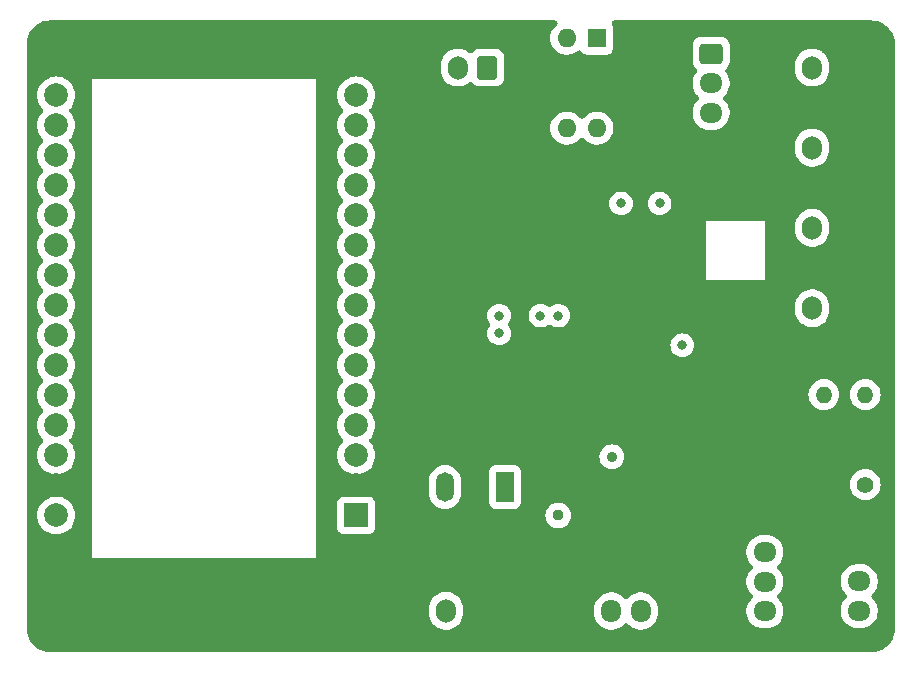
<source format=gbr>
%TF.GenerationSoftware,KiCad,Pcbnew,7.0.8*%
%TF.CreationDate,2024-02-01T15:04:04+01:00*%
%TF.ProjectId,SMD Microcontroller Schematics,534d4420-4d69-4637-926f-636f6e74726f,rev?*%
%TF.SameCoordinates,Original*%
%TF.FileFunction,Copper,L4,Bot*%
%TF.FilePolarity,Positive*%
%FSLAX46Y46*%
G04 Gerber Fmt 4.6, Leading zero omitted, Abs format (unit mm)*
G04 Created by KiCad (PCBNEW 7.0.8) date 2024-02-01 15:04:04*
%MOMM*%
%LPD*%
G01*
G04 APERTURE LIST*
G04 Aperture macros list*
%AMRoundRect*
0 Rectangle with rounded corners*
0 $1 Rounding radius*
0 $2 $3 $4 $5 $6 $7 $8 $9 X,Y pos of 4 corners*
0 Add a 4 corners polygon primitive as box body*
4,1,4,$2,$3,$4,$5,$6,$7,$8,$9,$2,$3,0*
0 Add four circle primitives for the rounded corners*
1,1,$1+$1,$2,$3*
1,1,$1+$1,$4,$5*
1,1,$1+$1,$6,$7*
1,1,$1+$1,$8,$9*
0 Add four rect primitives between the rounded corners*
20,1,$1+$1,$2,$3,$4,$5,0*
20,1,$1+$1,$4,$5,$6,$7,0*
20,1,$1+$1,$6,$7,$8,$9,0*
20,1,$1+$1,$8,$9,$2,$3,0*%
G04 Aperture macros list end*
%TA.AperFunction,ComponentPad*%
%ADD10RoundRect,0.250000X0.600000X0.750000X-0.600000X0.750000X-0.600000X-0.750000X0.600000X-0.750000X0*%
%TD*%
%TA.AperFunction,ComponentPad*%
%ADD11O,1.700000X2.000000*%
%TD*%
%TA.AperFunction,ComponentPad*%
%ADD12RoundRect,0.250000X-0.725000X0.600000X-0.725000X-0.600000X0.725000X-0.600000X0.725000X0.600000X0*%
%TD*%
%TA.AperFunction,ComponentPad*%
%ADD13O,1.950000X1.700000*%
%TD*%
%TA.AperFunction,ComponentPad*%
%ADD14R,2.000000X2.000000*%
%TD*%
%TA.AperFunction,ComponentPad*%
%ADD15C,2.000000*%
%TD*%
%TA.AperFunction,ComponentPad*%
%ADD16R,1.500000X2.500000*%
%TD*%
%TA.AperFunction,ComponentPad*%
%ADD17O,1.500000X2.500000*%
%TD*%
%TA.AperFunction,ComponentPad*%
%ADD18C,1.400000*%
%TD*%
%TA.AperFunction,ComponentPad*%
%ADD19O,1.400000X1.400000*%
%TD*%
%TA.AperFunction,ComponentPad*%
%ADD20RoundRect,0.250000X0.600000X0.725000X-0.600000X0.725000X-0.600000X-0.725000X0.600000X-0.725000X0*%
%TD*%
%TA.AperFunction,ComponentPad*%
%ADD21O,1.700000X1.950000*%
%TD*%
%TA.AperFunction,ComponentPad*%
%ADD22R,1.600000X1.600000*%
%TD*%
%TA.AperFunction,ComponentPad*%
%ADD23O,1.600000X1.600000*%
%TD*%
%TA.AperFunction,ViaPad*%
%ADD24C,0.800000*%
%TD*%
%TA.AperFunction,ViaPad*%
%ADD25C,0.900000*%
%TD*%
%TA.AperFunction,ViaPad*%
%ADD26C,0.950000*%
%TD*%
G04 APERTURE END LIST*
D10*
%TO.P,J2,1,Pin_1*%
%TO.N,Net-(ESP1-TX0)*%
X73000000Y-35000000D03*
D11*
%TO.P,J2,2,Pin_2*%
%TO.N,Net-(ESP1-RX0)*%
X70500000Y-35000000D03*
%TD*%
D12*
%TO.P,J10,1,Pin_1*%
%TO.N,GND*%
X104500000Y-76000000D03*
D13*
%TO.P,J10,2,Pin_2*%
%TO.N,Net-(J10-Pin_2)*%
X104500000Y-78500000D03*
%TO.P,J10,3,Pin_3*%
%TO.N,5V*%
X104500000Y-81000000D03*
%TD*%
D10*
%TO.P,J5,1,Pin_1*%
%TO.N,GND*%
X103000000Y-41775000D03*
D11*
%TO.P,J5,2,Pin_2*%
%TO.N,Net-(J5-Pin_2)*%
X100500000Y-41775000D03*
%TD*%
D14*
%TO.P,ESP1,1,3V3*%
%TO.N,3.3V*%
X61900000Y-72915000D03*
D15*
%TO.P,ESP1,2,GND*%
%TO.N,GND*%
X61900000Y-70375000D03*
%TO.P,ESP1,3,D15*%
%TO.N,Net-(ESP1-D15)*%
X61900000Y-67835000D03*
%TO.P,ESP1,4,D2*%
%TO.N,Net-(ESP1-D2)*%
X61900000Y-65295000D03*
%TO.P,ESP1,5,D4*%
%TO.N,Net-(ESP1-D4)*%
X61900000Y-62755000D03*
%TO.P,ESP1,6,RX2*%
%TO.N,unconnected-(ESP1-RX2-Pad6)*%
X61900000Y-60215000D03*
%TO.P,ESP1,7,TX2*%
%TO.N,unconnected-(ESP1-TX2-Pad7)*%
X61900000Y-57675000D03*
%TO.P,ESP1,8,D5*%
%TO.N,Net-(ESP1-D5)*%
X61900000Y-55135000D03*
%TO.P,ESP1,9,D18*%
%TO.N,Net-(ESP1-D18)*%
X61900000Y-52595000D03*
%TO.P,ESP1,10,D19*%
%TO.N,GP19*%
X61900000Y-50055000D03*
%TO.P,ESP1,11,D21*%
%TO.N,SDA*%
X61900000Y-47515000D03*
%TO.P,ESP1,12,RX0*%
%TO.N,Net-(ESP1-RX0)*%
X61900000Y-44975000D03*
%TO.P,ESP1,13,TX0*%
%TO.N,Net-(ESP1-TX0)*%
X61900000Y-42435000D03*
%TO.P,ESP1,14,D22*%
%TO.N,SCL*%
X61900000Y-39895000D03*
%TO.P,ESP1,15,D23*%
%TO.N,GPIO 27 - PWM*%
X61900000Y-37355000D03*
%TO.P,ESP1,16,EN*%
%TO.N,unconnected-(ESP1-EN-Pad16)*%
X36500000Y-37355000D03*
%TO.P,ESP1,17,VP*%
%TO.N,unconnected-(ESP1-VP-Pad17)*%
X36500000Y-39895000D03*
%TO.P,ESP1,18,VN*%
%TO.N,unconnected-(ESP1-VN-Pad18)*%
X36500000Y-42435000D03*
%TO.P,ESP1,19,D34*%
%TO.N,/D34*%
X36500000Y-44975000D03*
%TO.P,ESP1,20,D35*%
%TO.N,/D35*%
X36500000Y-47515000D03*
%TO.P,ESP1,21,D32*%
%TO.N,/D32*%
X36500000Y-50055000D03*
%TO.P,ESP1,22,D33*%
%TO.N,/D33*%
X36500000Y-52595000D03*
%TO.P,ESP1,23,D25*%
%TO.N,/D25*%
X36500000Y-55135000D03*
%TO.P,ESP1,24,D26*%
%TO.N,/D26*%
X36500000Y-57675000D03*
%TO.P,ESP1,25,D27*%
%TO.N,/D27*%
X36500000Y-60215000D03*
%TO.P,ESP1,26,D14*%
%TO.N,Net-(ESP1-D14)*%
X36500000Y-62755000D03*
%TO.P,ESP1,27,D12*%
%TO.N,Net-(ESP1-D12)*%
X36500000Y-65295000D03*
%TO.P,ESP1,28,D13*%
%TO.N,Net-(ESP1-D13)*%
X36500000Y-67835000D03*
%TO.P,ESP1,29,GND*%
%TO.N,GND*%
X36500000Y-70375000D03*
%TO.P,ESP1,30,VIN*%
%TO.N,9V*%
X36500000Y-72915000D03*
%TD*%
D10*
%TO.P,J4,1,Pin_1*%
%TO.N,GND*%
X103000000Y-35000000D03*
D11*
%TO.P,J4,2,Pin_2*%
%TO.N,Net-(J4-Pin_2)*%
X100500000Y-35000000D03*
%TD*%
D10*
%TO.P,J7,1,Pin_1*%
%TO.N,GND*%
X103000000Y-48575000D03*
D11*
%TO.P,J7,2,Pin_2*%
%TO.N,Motor Controller Temp*%
X100500000Y-48575000D03*
%TD*%
D16*
%TO.P,U1,1,Vin*%
%TO.N,9V*%
X74500000Y-70500000D03*
D17*
%TO.P,U1,2,GND*%
%TO.N,GND*%
X71960000Y-70500000D03*
%TO.P,U1,3,Vout*%
%TO.N,5V*%
X69420000Y-70500000D03*
%TD*%
D18*
%TO.P,R20,1*%
%TO.N,Net-(J8-Pin_2)*%
X105000000Y-70310000D03*
D19*
%TO.P,R20,2*%
%TO.N,Net-(R20-Pad2)*%
X105000000Y-62690000D03*
%TD*%
D12*
%TO.P,J9,1,Pin_1*%
%TO.N,/MotorGND*%
X91950000Y-33825000D03*
D13*
%TO.P,J9,2,Pin_2*%
%TO.N,/Data*%
X91950000Y-36325000D03*
%TO.P,J9,3,Pin_3*%
%TO.N,/Motor5V*%
X91950000Y-38825000D03*
%TD*%
D18*
%TO.P,R21,1*%
%TO.N,GND*%
X101500000Y-70310000D03*
D19*
%TO.P,R21,2*%
%TO.N,Net-(R20-Pad2)*%
X101500000Y-62690000D03*
%TD*%
D10*
%TO.P,J6,1,Pin_1*%
%TO.N,GND*%
X103000000Y-55375000D03*
D11*
%TO.P,J6,2,Pin_2*%
%TO.N,Motor Temp*%
X100500000Y-55375000D03*
%TD*%
D12*
%TO.P,J8,1,Pin_1*%
%TO.N,GND*%
X96500000Y-73525000D03*
D13*
%TO.P,J8,2,Pin_2*%
%TO.N,Net-(J8-Pin_2)*%
X96500000Y-76025000D03*
%TO.P,J8,3,Pin_3*%
%TO.N,Net-(J8-Pin_3)*%
X96500000Y-78525000D03*
%TO.P,J8,4,Pin_4*%
%TO.N,5V*%
X96500000Y-81025000D03*
%TD*%
D10*
%TO.P,J1,1,Pin_1*%
%TO.N,GND*%
X72000000Y-81000000D03*
D11*
%TO.P,J1,2,Pin_2*%
%TO.N,9V*%
X69500000Y-81000000D03*
%TD*%
D20*
%TO.P,J3,1,Pin_1*%
%TO.N,GND*%
X88500000Y-81000000D03*
D21*
%TO.P,J3,2,Pin_2*%
%TO.N,GP19*%
X86000000Y-81000000D03*
%TO.P,J3,3,Pin_3*%
%TO.N,3.3V*%
X83500000Y-81000000D03*
%TD*%
D22*
%TO.P,U3,1*%
%TO.N,GPIO 27 - PWM*%
X82275000Y-32500000D03*
D23*
%TO.P,U3,2*%
%TO.N,Net-(R13-Pad2)*%
X79735000Y-32500000D03*
%TO.P,U3,3*%
%TO.N,/Data*%
X79735000Y-40120000D03*
%TO.P,U3,4*%
%TO.N,/Motor5V*%
X82275000Y-40120000D03*
%TD*%
D24*
%TO.N,GND*%
X87000000Y-35812751D03*
X72500000Y-65000000D03*
X80500000Y-69000000D03*
X72500000Y-48000000D03*
X94000000Y-62500000D03*
D25*
X86000000Y-50200000D03*
D24*
%TO.N,3.3V*%
X89500000Y-58500000D03*
D26*
X79000000Y-72915000D03*
D25*
%TO.N,5V*%
X83547655Y-67952345D03*
D24*
%TO.N,SCL*%
X79000000Y-56000000D03*
X74000000Y-57500000D03*
%TO.N,SDA*%
X77500000Y-56000000D03*
X74000000Y-56000000D03*
%TO.N,Net-(J4-Pin_2)*%
X84325000Y-46500000D03*
%TO.N,Net-(J5-Pin_2)*%
X87587500Y-46500000D03*
%TO.N,GND*%
X80500000Y-62000000D03*
X80500000Y-63500000D03*
%TD*%
%TA.AperFunction,Conductor*%
%TO.N,GND*%
G36*
X78820664Y-31019366D02*
G01*
X78896019Y-31074115D01*
X78942592Y-31154780D01*
X78952328Y-31247414D01*
X78923545Y-31336000D01*
X78867138Y-31400768D01*
X78783220Y-31466083D01*
X78783215Y-31466087D01*
X78626023Y-31636845D01*
X78626019Y-31636850D01*
X78499076Y-31831149D01*
X78499073Y-31831155D01*
X78405846Y-32043691D01*
X78405841Y-32043703D01*
X78348867Y-32268689D01*
X78348865Y-32268697D01*
X78329700Y-32500000D01*
X78348865Y-32731302D01*
X78348867Y-32731310D01*
X78405841Y-32956296D01*
X78405846Y-32956308D01*
X78499073Y-33168844D01*
X78499076Y-33168850D01*
X78564552Y-33269067D01*
X78626021Y-33363153D01*
X78783216Y-33533913D01*
X78926018Y-33645060D01*
X78966377Y-33676472D01*
X79084140Y-33740202D01*
X79170497Y-33786936D01*
X79280028Y-33824538D01*
X79390019Y-33862298D01*
X79618950Y-33900500D01*
X79618951Y-33900500D01*
X79851050Y-33900500D01*
X79965515Y-33881399D01*
X80079981Y-33862298D01*
X80299503Y-33786936D01*
X80503626Y-33676470D01*
X80640767Y-33569728D01*
X80724558Y-33529052D01*
X80817651Y-33525972D01*
X80903949Y-33561023D01*
X80956060Y-33610135D01*
X81046714Y-33728278D01*
X81046721Y-33728285D01*
X81172153Y-33824533D01*
X81172163Y-33824538D01*
X81245198Y-33854790D01*
X81318238Y-33885044D01*
X81435639Y-33900500D01*
X83114360Y-33900499D01*
X83231762Y-33885044D01*
X83377841Y-33824536D01*
X83377842Y-33824534D01*
X83377846Y-33824533D01*
X83503278Y-33728285D01*
X83503277Y-33728285D01*
X83503282Y-33728282D01*
X83567140Y-33645061D01*
X83599533Y-33602846D01*
X83599534Y-33602842D01*
X83599536Y-33602841D01*
X83660044Y-33456762D01*
X83675500Y-33339361D01*
X83675499Y-31660640D01*
X83660044Y-31543238D01*
X83599536Y-31397159D01*
X83571301Y-31360362D01*
X83531202Y-31276291D01*
X83528764Y-31183178D01*
X83564409Y-31097124D01*
X83631974Y-31033008D01*
X83719776Y-31001916D01*
X83749013Y-31000000D01*
X105496003Y-31000000D01*
X105503974Y-31000284D01*
X105768655Y-31019214D01*
X105800271Y-31023759D01*
X106047815Y-31077609D01*
X106078469Y-31086610D01*
X106315826Y-31175140D01*
X106344887Y-31188411D01*
X106452942Y-31247414D01*
X106567219Y-31309814D01*
X106594106Y-31327093D01*
X106796897Y-31478901D01*
X106821050Y-31499830D01*
X107000169Y-31678949D01*
X107021098Y-31703102D01*
X107172906Y-31905893D01*
X107190185Y-31932780D01*
X107311585Y-32155107D01*
X107324862Y-32184179D01*
X107413387Y-32421524D01*
X107422391Y-32452189D01*
X107476238Y-32699718D01*
X107480786Y-32731353D01*
X107499715Y-32996025D01*
X107500000Y-33003997D01*
X107500000Y-82496002D01*
X107499715Y-82503975D01*
X107492812Y-82600500D01*
X107480786Y-82768646D01*
X107476238Y-82800281D01*
X107422391Y-83047810D01*
X107413387Y-83078475D01*
X107324862Y-83315820D01*
X107311585Y-83344892D01*
X107190185Y-83567219D01*
X107172906Y-83594106D01*
X107021098Y-83796897D01*
X107000169Y-83821050D01*
X106821050Y-84000169D01*
X106796897Y-84021098D01*
X106594106Y-84172906D01*
X106567219Y-84190185D01*
X106344892Y-84311585D01*
X106315820Y-84324862D01*
X106078475Y-84413387D01*
X106047810Y-84422391D01*
X105800281Y-84476238D01*
X105768646Y-84480786D01*
X105713660Y-84484718D01*
X105503974Y-84499715D01*
X105496003Y-84500000D01*
X36003997Y-84500000D01*
X35996025Y-84499715D01*
X35768591Y-84483449D01*
X35731353Y-84480786D01*
X35699718Y-84476238D01*
X35452189Y-84422391D01*
X35421524Y-84413387D01*
X35184179Y-84324862D01*
X35155107Y-84311585D01*
X34932780Y-84190185D01*
X34905893Y-84172906D01*
X34703102Y-84021098D01*
X34678949Y-84000169D01*
X34499830Y-83821050D01*
X34478901Y-83796897D01*
X34327093Y-83594106D01*
X34309814Y-83567219D01*
X34188414Y-83344892D01*
X34175140Y-83315826D01*
X34086610Y-83078469D01*
X34077608Y-83047810D01*
X34023759Y-82800271D01*
X34019214Y-82768655D01*
X34000284Y-82503975D01*
X34000000Y-82496002D01*
X34000000Y-81209986D01*
X68049500Y-81209986D01*
X68064379Y-81389559D01*
X68064379Y-81389562D01*
X68064380Y-81389563D01*
X68123390Y-81622591D01*
X68123392Y-81622595D01*
X68123393Y-81622598D01*
X68219946Y-81842719D01*
X68219949Y-81842725D01*
X68219951Y-81842728D01*
X68351429Y-82043969D01*
X68514236Y-82220825D01*
X68622452Y-82305053D01*
X68703936Y-82368474D01*
X68855507Y-82450500D01*
X68915344Y-82482882D01*
X69069880Y-82535934D01*
X69142703Y-82560934D01*
X69379807Y-82600500D01*
X69379808Y-82600500D01*
X69620193Y-82600500D01*
X69771716Y-82575215D01*
X69857297Y-82560934D01*
X70084656Y-82482882D01*
X70296067Y-82368472D01*
X70485764Y-82220825D01*
X70648571Y-82043969D01*
X70780049Y-81842728D01*
X70876610Y-81622591D01*
X70935620Y-81389563D01*
X70950500Y-81209990D01*
X70950500Y-81184986D01*
X82049500Y-81184986D01*
X82064379Y-81364559D01*
X82064379Y-81364562D01*
X82064380Y-81364563D01*
X82123390Y-81597591D01*
X82123392Y-81597595D01*
X82123393Y-81597598D01*
X82219946Y-81817719D01*
X82219949Y-81817725D01*
X82219951Y-81817728D01*
X82351429Y-82018969D01*
X82514236Y-82195825D01*
X82654572Y-82305053D01*
X82703936Y-82343474D01*
X82861248Y-82428606D01*
X82915344Y-82457882D01*
X83142703Y-82535934D01*
X83379807Y-82575500D01*
X83379808Y-82575500D01*
X83620193Y-82575500D01*
X83738744Y-82555717D01*
X83857297Y-82535934D01*
X84084656Y-82457882D01*
X84296067Y-82343472D01*
X84485764Y-82195825D01*
X84585199Y-82087808D01*
X84661152Y-82033895D01*
X84752469Y-82015535D01*
X84843359Y-82035903D01*
X84914800Y-82087808D01*
X85014236Y-82195825D01*
X85154572Y-82305053D01*
X85203936Y-82343474D01*
X85361248Y-82428606D01*
X85415344Y-82457882D01*
X85642703Y-82535934D01*
X85879807Y-82575500D01*
X85879808Y-82575500D01*
X86120193Y-82575500D01*
X86238744Y-82555717D01*
X86357297Y-82535934D01*
X86584656Y-82457882D01*
X86796067Y-82343472D01*
X86985764Y-82195825D01*
X87148571Y-82018969D01*
X87280049Y-81817728D01*
X87376610Y-81597591D01*
X87435620Y-81364563D01*
X87450500Y-81184990D01*
X87450500Y-81145192D01*
X94924500Y-81145192D01*
X94964065Y-81382296D01*
X95042115Y-81609648D01*
X95042122Y-81609664D01*
X95156525Y-81821063D01*
X95156527Y-81821066D01*
X95156528Y-81821067D01*
X95304175Y-82010764D01*
X95481031Y-82173571D01*
X95682272Y-82305049D01*
X95682276Y-82305051D01*
X95682280Y-82305053D01*
X95769872Y-82343474D01*
X95902409Y-82401610D01*
X96135437Y-82460620D01*
X96315010Y-82475500D01*
X96315014Y-82475500D01*
X96684986Y-82475500D01*
X96684990Y-82475500D01*
X96864563Y-82460620D01*
X97097591Y-82401610D01*
X97317728Y-82305049D01*
X97518969Y-82173571D01*
X97695825Y-82010764D01*
X97843472Y-81821067D01*
X97957882Y-81609656D01*
X98035934Y-81382297D01*
X98075500Y-81145192D01*
X98075500Y-81120192D01*
X102924500Y-81120192D01*
X102964065Y-81357296D01*
X103042115Y-81584648D01*
X103042122Y-81584664D01*
X103156525Y-81796063D01*
X103156527Y-81796066D01*
X103156528Y-81796067D01*
X103304175Y-81985764D01*
X103481031Y-82148571D01*
X103682272Y-82280049D01*
X103682276Y-82280051D01*
X103682280Y-82280053D01*
X103739266Y-82305049D01*
X103902409Y-82376610D01*
X104135437Y-82435620D01*
X104315010Y-82450500D01*
X104315014Y-82450500D01*
X104684986Y-82450500D01*
X104684990Y-82450500D01*
X104864563Y-82435620D01*
X105097591Y-82376610D01*
X105317728Y-82280049D01*
X105518969Y-82148571D01*
X105695825Y-81985764D01*
X105843472Y-81796067D01*
X105957882Y-81584656D01*
X106035934Y-81357297D01*
X106075500Y-81120192D01*
X106075500Y-80879808D01*
X106035934Y-80642703D01*
X105957882Y-80415344D01*
X105857003Y-80228936D01*
X105843474Y-80203936D01*
X105826618Y-80182280D01*
X105695825Y-80014236D01*
X105587808Y-79914800D01*
X105533895Y-79838848D01*
X105515535Y-79747531D01*
X105535903Y-79656641D01*
X105587808Y-79585199D01*
X105695825Y-79485764D01*
X105843472Y-79296067D01*
X105957882Y-79084656D01*
X106035934Y-78857297D01*
X106075500Y-78620192D01*
X106075500Y-78379808D01*
X106035934Y-78142703D01*
X105957882Y-77915344D01*
X105857003Y-77728936D01*
X105843474Y-77703936D01*
X105695828Y-77514240D01*
X105695824Y-77514235D01*
X105518969Y-77351429D01*
X105398207Y-77272531D01*
X105317728Y-77219951D01*
X105317725Y-77219949D01*
X105317719Y-77219946D01*
X105097598Y-77123393D01*
X105097597Y-77123392D01*
X105097591Y-77123390D01*
X104864563Y-77064380D01*
X104864562Y-77064379D01*
X104864559Y-77064379D01*
X104744506Y-77054431D01*
X104684990Y-77049500D01*
X104315010Y-77049500D01*
X104260048Y-77054054D01*
X104135440Y-77064379D01*
X104077954Y-77078936D01*
X103902409Y-77123390D01*
X103902405Y-77123391D01*
X103902404Y-77123392D01*
X103902401Y-77123393D01*
X103682280Y-77219946D01*
X103682270Y-77219952D01*
X103481030Y-77351429D01*
X103304175Y-77514235D01*
X103304171Y-77514240D01*
X103156525Y-77703936D01*
X103042122Y-77915335D01*
X103042115Y-77915351D01*
X102964065Y-78142703D01*
X102924500Y-78379807D01*
X102924500Y-78620192D01*
X102964065Y-78857296D01*
X103042115Y-79084648D01*
X103042122Y-79084664D01*
X103156525Y-79296063D01*
X103267828Y-79439066D01*
X103304175Y-79485764D01*
X103365389Y-79542115D01*
X103412189Y-79585198D01*
X103466104Y-79661153D01*
X103484464Y-79752470D01*
X103464095Y-79843360D01*
X103412189Y-79914802D01*
X103304176Y-80014235D01*
X103304171Y-80014240D01*
X103156525Y-80203936D01*
X103042122Y-80415335D01*
X103042115Y-80415351D01*
X102964065Y-80642703D01*
X102924500Y-80879807D01*
X102924500Y-81120192D01*
X98075500Y-81120192D01*
X98075500Y-80904808D01*
X98035934Y-80667703D01*
X97957882Y-80440344D01*
X97843472Y-80228933D01*
X97695825Y-80039236D01*
X97587808Y-79939800D01*
X97533895Y-79863848D01*
X97515535Y-79772531D01*
X97535903Y-79681641D01*
X97587808Y-79610199D01*
X97695825Y-79510764D01*
X97843472Y-79321067D01*
X97957882Y-79109656D01*
X98035934Y-78882297D01*
X98075500Y-78645192D01*
X98075500Y-78404808D01*
X98035934Y-78167703D01*
X97957882Y-77940344D01*
X97843472Y-77728933D01*
X97695825Y-77539236D01*
X97587808Y-77439800D01*
X97533895Y-77363848D01*
X97515535Y-77272531D01*
X97535903Y-77181641D01*
X97587808Y-77110199D01*
X97695825Y-77010764D01*
X97843472Y-76821067D01*
X97957882Y-76609656D01*
X98035934Y-76382297D01*
X98075500Y-76145192D01*
X98075500Y-75904808D01*
X98035934Y-75667703D01*
X97957882Y-75440344D01*
X97843472Y-75228933D01*
X97695825Y-75039236D01*
X97518969Y-74876429D01*
X97317728Y-74744951D01*
X97317725Y-74744949D01*
X97317719Y-74744946D01*
X97097598Y-74648393D01*
X97097597Y-74648392D01*
X97097591Y-74648390D01*
X96864563Y-74589380D01*
X96864562Y-74589379D01*
X96864559Y-74589379D01*
X96744506Y-74579431D01*
X96684990Y-74574500D01*
X96315010Y-74574500D01*
X96260048Y-74579054D01*
X96135440Y-74589379D01*
X96077954Y-74603936D01*
X95902409Y-74648390D01*
X95902405Y-74648391D01*
X95902404Y-74648392D01*
X95902401Y-74648393D01*
X95682280Y-74744946D01*
X95682270Y-74744952D01*
X95481030Y-74876429D01*
X95304175Y-75039235D01*
X95304171Y-75039240D01*
X95156525Y-75228936D01*
X95042122Y-75440335D01*
X95042115Y-75440351D01*
X94964065Y-75667703D01*
X94924500Y-75904807D01*
X94924500Y-76145192D01*
X94964065Y-76382296D01*
X95042115Y-76609648D01*
X95042122Y-76609664D01*
X95156525Y-76821063D01*
X95156527Y-76821066D01*
X95156528Y-76821067D01*
X95304175Y-77010764D01*
X95346254Y-77049500D01*
X95412189Y-77110198D01*
X95466104Y-77186153D01*
X95484464Y-77277470D01*
X95464095Y-77368360D01*
X95412189Y-77439802D01*
X95304176Y-77539235D01*
X95304171Y-77539240D01*
X95156525Y-77728936D01*
X95042122Y-77940335D01*
X95042115Y-77940351D01*
X94964065Y-78167703D01*
X94924500Y-78404807D01*
X94924500Y-78645192D01*
X94964065Y-78882296D01*
X95042115Y-79109648D01*
X95042122Y-79109664D01*
X95156525Y-79321063D01*
X95267828Y-79464066D01*
X95304175Y-79510764D01*
X95381639Y-79582075D01*
X95412189Y-79610198D01*
X95466104Y-79686153D01*
X95484464Y-79777470D01*
X95464095Y-79868360D01*
X95412189Y-79939802D01*
X95304176Y-80039235D01*
X95304171Y-80039240D01*
X95156525Y-80228936D01*
X95042122Y-80440335D01*
X95042115Y-80440351D01*
X94964065Y-80667703D01*
X94924500Y-80904807D01*
X94924500Y-81145192D01*
X87450500Y-81145192D01*
X87450500Y-80815010D01*
X87435620Y-80635437D01*
X87376610Y-80402409D01*
X87300518Y-80228936D01*
X87280053Y-80182280D01*
X87280051Y-80182276D01*
X87280049Y-80182272D01*
X87148571Y-79981031D01*
X86985764Y-79804175D01*
X86796067Y-79656528D01*
X86796066Y-79656527D01*
X86796063Y-79656525D01*
X86584664Y-79542122D01*
X86584660Y-79542120D01*
X86584656Y-79542118D01*
X86584650Y-79542116D01*
X86584648Y-79542115D01*
X86357296Y-79464065D01*
X86120193Y-79424500D01*
X86120192Y-79424500D01*
X85879808Y-79424500D01*
X85879807Y-79424500D01*
X85642703Y-79464065D01*
X85415351Y-79542115D01*
X85415335Y-79542122D01*
X85203936Y-79656525D01*
X85014240Y-79804171D01*
X85014235Y-79804176D01*
X84914802Y-79912189D01*
X84838847Y-79966104D01*
X84747530Y-79984464D01*
X84656640Y-79964095D01*
X84585198Y-79912189D01*
X84521836Y-79843360D01*
X84485764Y-79804175D01*
X84296067Y-79656528D01*
X84296066Y-79656527D01*
X84296063Y-79656525D01*
X84084664Y-79542122D01*
X84084660Y-79542120D01*
X84084656Y-79542118D01*
X84084650Y-79542116D01*
X84084648Y-79542115D01*
X83857296Y-79464065D01*
X83620193Y-79424500D01*
X83620192Y-79424500D01*
X83379808Y-79424500D01*
X83379807Y-79424500D01*
X83142703Y-79464065D01*
X82915351Y-79542115D01*
X82915335Y-79542122D01*
X82703936Y-79656525D01*
X82514240Y-79804171D01*
X82514235Y-79804175D01*
X82351429Y-79981030D01*
X82219952Y-80182270D01*
X82219946Y-80182280D01*
X82123393Y-80402401D01*
X82123392Y-80402404D01*
X82123390Y-80402409D01*
X82113784Y-80440344D01*
X82064379Y-80635440D01*
X82049500Y-80815014D01*
X82049500Y-81184986D01*
X70950500Y-81184986D01*
X70950500Y-80790010D01*
X70935620Y-80610437D01*
X70876610Y-80377409D01*
X70811484Y-80228936D01*
X70780053Y-80157280D01*
X70780051Y-80157276D01*
X70780049Y-80157272D01*
X70648571Y-79956031D01*
X70485764Y-79779175D01*
X70483573Y-79777470D01*
X70296063Y-79631525D01*
X70084664Y-79517122D01*
X70084660Y-79517120D01*
X70084656Y-79517118D01*
X70084650Y-79517116D01*
X70084648Y-79517115D01*
X69857296Y-79439065D01*
X69620193Y-79399500D01*
X69620192Y-79399500D01*
X69379808Y-79399500D01*
X69379807Y-79399500D01*
X69142703Y-79439065D01*
X68915351Y-79517115D01*
X68915335Y-79517122D01*
X68703936Y-79631525D01*
X68514240Y-79779171D01*
X68514235Y-79779175D01*
X68351429Y-79956030D01*
X68219952Y-80157270D01*
X68219946Y-80157280D01*
X68123393Y-80377401D01*
X68123392Y-80377404D01*
X68123390Y-80377409D01*
X68078936Y-80552954D01*
X68064379Y-80610440D01*
X68049500Y-80790014D01*
X68049500Y-81209986D01*
X34000000Y-81209986D01*
X34000000Y-72915005D01*
X34894551Y-72915005D01*
X34914316Y-73166142D01*
X34914315Y-73166142D01*
X34944802Y-73293131D01*
X34973127Y-73411111D01*
X35069534Y-73643859D01*
X35069536Y-73643863D01*
X35069539Y-73643868D01*
X35201160Y-73858654D01*
X35201166Y-73858662D01*
X35364773Y-74050221D01*
X35364778Y-74050226D01*
X35556337Y-74213833D01*
X35556345Y-74213839D01*
X35767577Y-74343282D01*
X35771141Y-74345466D01*
X36003889Y-74441873D01*
X36248852Y-74500683D01*
X36363010Y-74509667D01*
X36499994Y-74520449D01*
X36500000Y-74520449D01*
X36500006Y-74520449D01*
X36625574Y-74510566D01*
X36751148Y-74500683D01*
X36996111Y-74441873D01*
X37228859Y-74345466D01*
X37443659Y-74213836D01*
X37635224Y-74050224D01*
X37798836Y-73858659D01*
X37930466Y-73643859D01*
X38026873Y-73411111D01*
X38085683Y-73166148D01*
X38105449Y-72915000D01*
X38085683Y-72663857D01*
X38085684Y-72663857D01*
X38085683Y-72663852D01*
X38026873Y-72418889D01*
X37930466Y-72186141D01*
X37925648Y-72178278D01*
X37798839Y-71971345D01*
X37798833Y-71971337D01*
X37635226Y-71779778D01*
X37635221Y-71779773D01*
X37443662Y-71616166D01*
X37443654Y-71616160D01*
X37228868Y-71484539D01*
X37228863Y-71484536D01*
X37228859Y-71484534D01*
X36996111Y-71388127D01*
X36751148Y-71329317D01*
X36751145Y-71329316D01*
X36751142Y-71329316D01*
X36500006Y-71309551D01*
X36499994Y-71309551D01*
X36248857Y-71329316D01*
X36248853Y-71329316D01*
X36248852Y-71329317D01*
X36003889Y-71388127D01*
X36003887Y-71388127D01*
X36003886Y-71388128D01*
X35771145Y-71484532D01*
X35771131Y-71484539D01*
X35556345Y-71616160D01*
X35556337Y-71616166D01*
X35364778Y-71779773D01*
X35364773Y-71779778D01*
X35201166Y-71971337D01*
X35201160Y-71971345D01*
X35069539Y-72186131D01*
X35069532Y-72186145D01*
X34973128Y-72418886D01*
X34973127Y-72418889D01*
X34914317Y-72663852D01*
X34914316Y-72663857D01*
X34894551Y-72914994D01*
X34894551Y-72915005D01*
X34000000Y-72915005D01*
X34000000Y-67835005D01*
X34894551Y-67835005D01*
X34914316Y-68086142D01*
X34914315Y-68086142D01*
X34931633Y-68158275D01*
X34973127Y-68331111D01*
X35069534Y-68563859D01*
X35069536Y-68563863D01*
X35069539Y-68563868D01*
X35201160Y-68778654D01*
X35201166Y-68778662D01*
X35364773Y-68970221D01*
X35364778Y-68970226D01*
X35556337Y-69133833D01*
X35556345Y-69133839D01*
X35681673Y-69210640D01*
X35771141Y-69265466D01*
X36003889Y-69361873D01*
X36248852Y-69420683D01*
X36363010Y-69429667D01*
X36499994Y-69440449D01*
X36500000Y-69440449D01*
X36500006Y-69440449D01*
X36625574Y-69430566D01*
X36751148Y-69420683D01*
X36996111Y-69361873D01*
X37228859Y-69265466D01*
X37443659Y-69133836D01*
X37635224Y-68970224D01*
X37798836Y-68778659D01*
X37930466Y-68563859D01*
X38026873Y-68331111D01*
X38085683Y-68086148D01*
X38105449Y-67835000D01*
X38085683Y-67583857D01*
X38085684Y-67583857D01*
X38085683Y-67583852D01*
X38026873Y-67338889D01*
X37930466Y-67106141D01*
X37911175Y-67074661D01*
X37798839Y-66891345D01*
X37798833Y-66891337D01*
X37644363Y-66710476D01*
X37599918Y-66628620D01*
X37592610Y-66535762D01*
X37623703Y-66447960D01*
X37644363Y-66419524D01*
X37711304Y-66341145D01*
X37798836Y-66238659D01*
X37930466Y-66023859D01*
X38026873Y-65791111D01*
X38085683Y-65546148D01*
X38105449Y-65295000D01*
X38085683Y-65043857D01*
X38085684Y-65043857D01*
X38085683Y-65043852D01*
X38026873Y-64798889D01*
X37930466Y-64566141D01*
X37930460Y-64566131D01*
X37798839Y-64351345D01*
X37798833Y-64351337D01*
X37644363Y-64170476D01*
X37599918Y-64088620D01*
X37592610Y-63995762D01*
X37623703Y-63907960D01*
X37644363Y-63879524D01*
X37711304Y-63801145D01*
X37798836Y-63698659D01*
X37930466Y-63483859D01*
X38026873Y-63251111D01*
X38085683Y-63006148D01*
X38105449Y-62755000D01*
X38100333Y-62690000D01*
X38085683Y-62503857D01*
X38085684Y-62503857D01*
X38075947Y-62463300D01*
X38026873Y-62258889D01*
X37930466Y-62026141D01*
X37823054Y-61850861D01*
X37798839Y-61811345D01*
X37798833Y-61811337D01*
X37644363Y-61630476D01*
X37599918Y-61548620D01*
X37592610Y-61455762D01*
X37623703Y-61367960D01*
X37644363Y-61339524D01*
X37711304Y-61261145D01*
X37798836Y-61158659D01*
X37930466Y-60943859D01*
X38026873Y-60711111D01*
X38085683Y-60466148D01*
X38105449Y-60215000D01*
X38085683Y-59963857D01*
X38085684Y-59963857D01*
X38085683Y-59963852D01*
X38026873Y-59718889D01*
X37930466Y-59486141D01*
X37838402Y-59335906D01*
X37798839Y-59271345D01*
X37798833Y-59271337D01*
X37644363Y-59090476D01*
X37599918Y-59008620D01*
X37592610Y-58915762D01*
X37623703Y-58827960D01*
X37644363Y-58799524D01*
X37732673Y-58696126D01*
X37798836Y-58618659D01*
X37930466Y-58403859D01*
X38026873Y-58171111D01*
X38085683Y-57926148D01*
X38103786Y-57696132D01*
X38105449Y-57675005D01*
X38105449Y-57674994D01*
X38085683Y-57423857D01*
X38085684Y-57423857D01*
X38085683Y-57423852D01*
X38026873Y-57178889D01*
X37930466Y-56946141D01*
X37862914Y-56835906D01*
X37798839Y-56731345D01*
X37798833Y-56731337D01*
X37644363Y-56550476D01*
X37599918Y-56468620D01*
X37592610Y-56375762D01*
X37623703Y-56287960D01*
X37644363Y-56259524D01*
X37711304Y-56181145D01*
X37798836Y-56078659D01*
X37930466Y-55863859D01*
X38026873Y-55631111D01*
X38085683Y-55386148D01*
X38096601Y-55247426D01*
X38105449Y-55135005D01*
X38105449Y-55134994D01*
X38085683Y-54883857D01*
X38085684Y-54883857D01*
X38085683Y-54883852D01*
X38026873Y-54638889D01*
X37930466Y-54406141D01*
X37930460Y-54406131D01*
X37798839Y-54191345D01*
X37798833Y-54191337D01*
X37644363Y-54010476D01*
X37599918Y-53928620D01*
X37592610Y-53835762D01*
X37623703Y-53747960D01*
X37644363Y-53719524D01*
X37711304Y-53641145D01*
X37798836Y-53538659D01*
X37930466Y-53323859D01*
X38026873Y-53091111D01*
X38085683Y-52846148D01*
X38105449Y-52595000D01*
X38085683Y-52343857D01*
X38085684Y-52343857D01*
X38085683Y-52343852D01*
X38026873Y-52098889D01*
X37930466Y-51866141D01*
X37930460Y-51866131D01*
X37798839Y-51651345D01*
X37798833Y-51651337D01*
X37644363Y-51470476D01*
X37599918Y-51388620D01*
X37592610Y-51295762D01*
X37623703Y-51207960D01*
X37644363Y-51179524D01*
X37711304Y-51101145D01*
X37798836Y-50998659D01*
X37930466Y-50783859D01*
X38026873Y-50551111D01*
X38085683Y-50306148D01*
X38105222Y-50057884D01*
X38105449Y-50055005D01*
X38105449Y-50054994D01*
X38085683Y-49803857D01*
X38085684Y-49803857D01*
X38085683Y-49803852D01*
X38026873Y-49558889D01*
X37930466Y-49326141D01*
X37851693Y-49197595D01*
X37798839Y-49111345D01*
X37798833Y-49111337D01*
X37644363Y-48930476D01*
X37599918Y-48848620D01*
X37592610Y-48755762D01*
X37623703Y-48667960D01*
X37644363Y-48639524D01*
X37711304Y-48561145D01*
X37798836Y-48458659D01*
X37930466Y-48243859D01*
X38026873Y-48011111D01*
X38085683Y-47766148D01*
X38096464Y-47629158D01*
X38105449Y-47515005D01*
X38105449Y-47514994D01*
X38085683Y-47263857D01*
X38085684Y-47263857D01*
X38072965Y-47210879D01*
X38026873Y-47018889D01*
X37930466Y-46786141D01*
X37930460Y-46786131D01*
X37798839Y-46571345D01*
X37798833Y-46571337D01*
X37644363Y-46390476D01*
X37599918Y-46308620D01*
X37592610Y-46215762D01*
X37623703Y-46127960D01*
X37644363Y-46099524D01*
X37779360Y-45941462D01*
X37798836Y-45918659D01*
X37930466Y-45703859D01*
X38026873Y-45471111D01*
X38085683Y-45226148D01*
X38105449Y-44975000D01*
X38085683Y-44723857D01*
X38085684Y-44723857D01*
X38085683Y-44723852D01*
X38026873Y-44478889D01*
X37930466Y-44246141D01*
X37930460Y-44246131D01*
X37798839Y-44031345D01*
X37798833Y-44031337D01*
X37644363Y-43850476D01*
X37599918Y-43768620D01*
X37592610Y-43675762D01*
X37623703Y-43587960D01*
X37644363Y-43559524D01*
X37711304Y-43481145D01*
X37798836Y-43378659D01*
X37930466Y-43163859D01*
X38026873Y-42931111D01*
X38085683Y-42686148D01*
X38105449Y-42435000D01*
X38102505Y-42397598D01*
X38085683Y-42183857D01*
X38085684Y-42183857D01*
X38081051Y-42164559D01*
X38026873Y-41938889D01*
X37930466Y-41706141D01*
X37816705Y-41520500D01*
X37798839Y-41491345D01*
X37798833Y-41491337D01*
X37644363Y-41310476D01*
X37599918Y-41228620D01*
X37592610Y-41135762D01*
X37623703Y-41047960D01*
X37644363Y-41019524D01*
X37711304Y-40941145D01*
X37798836Y-40838659D01*
X37930466Y-40623859D01*
X38026873Y-40391111D01*
X38085683Y-40146148D01*
X38105449Y-39895000D01*
X38104952Y-39888689D01*
X38085683Y-39643857D01*
X38085684Y-39643857D01*
X38058070Y-39528836D01*
X38026873Y-39398889D01*
X37930466Y-39166141D01*
X37930460Y-39166131D01*
X37798839Y-38951345D01*
X37798833Y-38951337D01*
X37644363Y-38770476D01*
X37599918Y-38688620D01*
X37592610Y-38595762D01*
X37623703Y-38507960D01*
X37644363Y-38479524D01*
X37711304Y-38401145D01*
X37798836Y-38298659D01*
X37930466Y-38083859D01*
X38026873Y-37851111D01*
X38085683Y-37606148D01*
X38105449Y-37355000D01*
X38085683Y-37103857D01*
X38085684Y-37103857D01*
X38085683Y-37103852D01*
X38026873Y-36858889D01*
X37930466Y-36626141D01*
X37842677Y-36482882D01*
X37798839Y-36411345D01*
X37798833Y-36411337D01*
X37635226Y-36219778D01*
X37635221Y-36219773D01*
X37443662Y-36056166D01*
X37443654Y-36056160D01*
X37352009Y-36000000D01*
X39500000Y-36000000D01*
X39500000Y-76500000D01*
X58500000Y-76500000D01*
X58500000Y-73954353D01*
X60299500Y-73954353D01*
X60299501Y-73954368D01*
X60314955Y-74071757D01*
X60314956Y-74071762D01*
X60314956Y-74071763D01*
X60314957Y-74071765D01*
X60375462Y-74217838D01*
X60375466Y-74217846D01*
X60471714Y-74343278D01*
X60471721Y-74343285D01*
X60597153Y-74439533D01*
X60597163Y-74439538D01*
X60670198Y-74469790D01*
X60743238Y-74500044D01*
X60860639Y-74515500D01*
X62939360Y-74515499D01*
X63056762Y-74500044D01*
X63202841Y-74439536D01*
X63202842Y-74439534D01*
X63202846Y-74439533D01*
X63328278Y-74343285D01*
X63328277Y-74343285D01*
X63328282Y-74343282D01*
X63335647Y-74333682D01*
X63424533Y-74217846D01*
X63424534Y-74217842D01*
X63424536Y-74217841D01*
X63485044Y-74071762D01*
X63500500Y-73954361D01*
X63500500Y-72915004D01*
X77919892Y-72915004D01*
X77938282Y-73113465D01*
X77992829Y-73305180D01*
X77992830Y-73305183D01*
X78081672Y-73483600D01*
X78081677Y-73483609D01*
X78201788Y-73642661D01*
X78201790Y-73642663D01*
X78201791Y-73642664D01*
X78349090Y-73776945D01*
X78518554Y-73881873D01*
X78704414Y-73953876D01*
X78900340Y-73990500D01*
X79099660Y-73990500D01*
X79295586Y-73953876D01*
X79481446Y-73881873D01*
X79650910Y-73776945D01*
X79798209Y-73642664D01*
X79918326Y-73483604D01*
X80007171Y-73305180D01*
X80061717Y-73113469D01*
X80080108Y-72915000D01*
X80080107Y-72914994D01*
X80061717Y-72716534D01*
X80061717Y-72716531D01*
X80007171Y-72524820D01*
X79918326Y-72346396D01*
X79918323Y-72346392D01*
X79918322Y-72346390D01*
X79798211Y-72187338D01*
X79796902Y-72186145D01*
X79650910Y-72053055D01*
X79481446Y-71948127D01*
X79295586Y-71876124D01*
X79295583Y-71876123D01*
X79295582Y-71876123D01*
X79099660Y-71839500D01*
X78900340Y-71839500D01*
X78704417Y-71876123D01*
X78704411Y-71876125D01*
X78518558Y-71948125D01*
X78518556Y-71948126D01*
X78518554Y-71948127D01*
X78481056Y-71971345D01*
X78349088Y-72053056D01*
X78201788Y-72187338D01*
X78081677Y-72346390D01*
X78081672Y-72346399D01*
X77992830Y-72524816D01*
X77992829Y-72524819D01*
X77938282Y-72716534D01*
X77919892Y-72914995D01*
X77919892Y-72915004D01*
X63500500Y-72915004D01*
X63500499Y-71875640D01*
X63485044Y-71758238D01*
X63424536Y-71612159D01*
X63424533Y-71612153D01*
X63328285Y-71486721D01*
X63328278Y-71486714D01*
X63202846Y-71390466D01*
X63202836Y-71390461D01*
X63056765Y-71329957D01*
X63056763Y-71329956D01*
X63017628Y-71324804D01*
X62939361Y-71314500D01*
X62939359Y-71314500D01*
X60860646Y-71314500D01*
X60860631Y-71314501D01*
X60743242Y-71329955D01*
X60743234Y-71329957D01*
X60597161Y-71390462D01*
X60597153Y-71390466D01*
X60471721Y-71486714D01*
X60471714Y-71486721D01*
X60375466Y-71612153D01*
X60375461Y-71612163D01*
X60314957Y-71758234D01*
X60314956Y-71758236D01*
X60299500Y-71875637D01*
X60299500Y-73954353D01*
X58500000Y-73954353D01*
X58500000Y-71058970D01*
X68069500Y-71058970D01*
X68084937Y-71235411D01*
X68084939Y-71235418D01*
X68146094Y-71463655D01*
X68146097Y-71463663D01*
X68245965Y-71677830D01*
X68381505Y-71871402D01*
X68381506Y-71871403D01*
X68481441Y-71971337D01*
X68548599Y-72038495D01*
X68742170Y-72174035D01*
X68956337Y-72273903D01*
X68956342Y-72273904D01*
X68956344Y-72273905D01*
X69116751Y-72316885D01*
X69184592Y-72335063D01*
X69420000Y-72355659D01*
X69655408Y-72335063D01*
X69883663Y-72273903D01*
X70097829Y-72174035D01*
X70291401Y-72038495D01*
X70458495Y-71871401D01*
X70515945Y-71789353D01*
X73149500Y-71789353D01*
X73149501Y-71789368D01*
X73164955Y-71906757D01*
X73164956Y-71906762D01*
X73164956Y-71906763D01*
X73164957Y-71906765D01*
X73225462Y-72052838D01*
X73225466Y-72052846D01*
X73321714Y-72178278D01*
X73321721Y-72178285D01*
X73447153Y-72274533D01*
X73447163Y-72274538D01*
X73520198Y-72304790D01*
X73593238Y-72335044D01*
X73710639Y-72350500D01*
X75289360Y-72350499D01*
X75406762Y-72335044D01*
X75552841Y-72274536D01*
X75552842Y-72274534D01*
X75552846Y-72274533D01*
X75678278Y-72178285D01*
X75678277Y-72178285D01*
X75678282Y-72178282D01*
X75685647Y-72168682D01*
X75774533Y-72052846D01*
X75774534Y-72052842D01*
X75774536Y-72052841D01*
X75835044Y-71906762D01*
X75850500Y-71789361D01*
X75850499Y-70310000D01*
X103694532Y-70310000D01*
X103714365Y-70536695D01*
X103714366Y-70536699D01*
X103773259Y-70756490D01*
X103773261Y-70756496D01*
X103869431Y-70962733D01*
X103999953Y-71149139D01*
X104160861Y-71310047D01*
X104347266Y-71440568D01*
X104553504Y-71536739D01*
X104708005Y-71578137D01*
X104773300Y-71595633D01*
X104773304Y-71595634D01*
X104773308Y-71595635D01*
X105000000Y-71615468D01*
X105226692Y-71595635D01*
X105446496Y-71536739D01*
X105652734Y-71440568D01*
X105839139Y-71310047D01*
X106000047Y-71149139D01*
X106130568Y-70962734D01*
X106226739Y-70756496D01*
X106285635Y-70536692D01*
X106305468Y-70310000D01*
X106285635Y-70083308D01*
X106226739Y-69863504D01*
X106130568Y-69657266D01*
X106000047Y-69470861D01*
X105839139Y-69309953D01*
X105775606Y-69265467D01*
X105652733Y-69179431D01*
X105446496Y-69083261D01*
X105446490Y-69083259D01*
X105226699Y-69024366D01*
X105226695Y-69024365D01*
X105000000Y-69004532D01*
X104773304Y-69024365D01*
X104773300Y-69024366D01*
X104553509Y-69083259D01*
X104553503Y-69083261D01*
X104347266Y-69179431D01*
X104160860Y-69309953D01*
X103999953Y-69470860D01*
X103869431Y-69657266D01*
X103773261Y-69863503D01*
X103773259Y-69863509D01*
X103714366Y-70083300D01*
X103714365Y-70083304D01*
X103694532Y-70310000D01*
X75850499Y-70310000D01*
X75850499Y-69210640D01*
X75835044Y-69093238D01*
X75780478Y-68961505D01*
X75774537Y-68947161D01*
X75774533Y-68947153D01*
X75678285Y-68821721D01*
X75678278Y-68821714D01*
X75552846Y-68725466D01*
X75552836Y-68725461D01*
X75406765Y-68664957D01*
X75406763Y-68664956D01*
X75367628Y-68659804D01*
X75289361Y-68649500D01*
X75289359Y-68649500D01*
X73710639Y-68649500D01*
X73593242Y-68664955D01*
X73593234Y-68664957D01*
X73447161Y-68725462D01*
X73447153Y-68725466D01*
X73321721Y-68821714D01*
X73321714Y-68821721D01*
X73225466Y-68947153D01*
X73225461Y-68947163D01*
X73164957Y-69093234D01*
X73164956Y-69093236D01*
X73149500Y-69210637D01*
X73149500Y-71789353D01*
X70515945Y-71789353D01*
X70594035Y-71677829D01*
X70693903Y-71463663D01*
X70755063Y-71235408D01*
X70770500Y-71058966D01*
X70770500Y-69941034D01*
X70755063Y-69764592D01*
X70693903Y-69536337D01*
X70594035Y-69322171D01*
X70515941Y-69210640D01*
X70458494Y-69128597D01*
X70458493Y-69128596D01*
X70291408Y-68961512D01*
X70291401Y-68961505D01*
X70097830Y-68825965D01*
X69883663Y-68726097D01*
X69883655Y-68726094D01*
X69655418Y-68664939D01*
X69655411Y-68664937D01*
X69420000Y-68644341D01*
X69184588Y-68664937D01*
X69184581Y-68664939D01*
X68956344Y-68726094D01*
X68956336Y-68726097D01*
X68742169Y-68825965D01*
X68548600Y-68961503D01*
X68381503Y-69128600D01*
X68245965Y-69322169D01*
X68146097Y-69536336D01*
X68146094Y-69536344D01*
X68084939Y-69764581D01*
X68084937Y-69764588D01*
X68069500Y-69941030D01*
X68069500Y-71058970D01*
X58500000Y-71058970D01*
X58500000Y-67835005D01*
X60294551Y-67835005D01*
X60314316Y-68086142D01*
X60314315Y-68086142D01*
X60331633Y-68158275D01*
X60373127Y-68331111D01*
X60469534Y-68563859D01*
X60469536Y-68563863D01*
X60469539Y-68563868D01*
X60601160Y-68778654D01*
X60601166Y-68778662D01*
X60764773Y-68970221D01*
X60764778Y-68970226D01*
X60956337Y-69133833D01*
X60956345Y-69133839D01*
X61081673Y-69210640D01*
X61171141Y-69265466D01*
X61403889Y-69361873D01*
X61648852Y-69420683D01*
X61763010Y-69429667D01*
X61899994Y-69440449D01*
X61900000Y-69440449D01*
X61900006Y-69440449D01*
X62025574Y-69430566D01*
X62151148Y-69420683D01*
X62396111Y-69361873D01*
X62628859Y-69265466D01*
X62843659Y-69133836D01*
X63035224Y-68970224D01*
X63198836Y-68778659D01*
X63330466Y-68563859D01*
X63426873Y-68331111D01*
X63485683Y-68086148D01*
X63496213Y-67952349D01*
X82492072Y-67952349D01*
X82512354Y-68158275D01*
X82512354Y-68158277D01*
X82512355Y-68158279D01*
X82564782Y-68331111D01*
X82572424Y-68356301D01*
X82669970Y-68538796D01*
X82669971Y-68538797D01*
X82756589Y-68644341D01*
X82801245Y-68698755D01*
X82833793Y-68725466D01*
X82961202Y-68830028D01*
X82961203Y-68830029D01*
X82961205Y-68830030D01*
X83143701Y-68927577D01*
X83341721Y-68987645D01*
X83429978Y-68996337D01*
X83547651Y-69007928D01*
X83547655Y-69007928D01*
X83547659Y-69007928D01*
X83650622Y-68997786D01*
X83753589Y-68987645D01*
X83951609Y-68927577D01*
X84134105Y-68830030D01*
X84294065Y-68698755D01*
X84425340Y-68538795D01*
X84522887Y-68356299D01*
X84582955Y-68158279D01*
X84603238Y-67952345D01*
X84582955Y-67746411D01*
X84522887Y-67548391D01*
X84425340Y-67365895D01*
X84425339Y-67365893D01*
X84425338Y-67365892D01*
X84294067Y-67205938D01*
X84294065Y-67205935D01*
X84172453Y-67106131D01*
X84134107Y-67074661D01*
X84134106Y-67074660D01*
X83951611Y-66977114D01*
X83951610Y-66977113D01*
X83951609Y-66977113D01*
X83753589Y-66917045D01*
X83753587Y-66917044D01*
X83753585Y-66917044D01*
X83547659Y-66896762D01*
X83547651Y-66896762D01*
X83341724Y-66917044D01*
X83143698Y-66977114D01*
X82961203Y-67074660D01*
X82961202Y-67074661D01*
X82801248Y-67205932D01*
X82801242Y-67205938D01*
X82669971Y-67365892D01*
X82669970Y-67365893D01*
X82572424Y-67548388D01*
X82512354Y-67746414D01*
X82492072Y-67952340D01*
X82492072Y-67952349D01*
X63496213Y-67952349D01*
X63505449Y-67835000D01*
X63485683Y-67583857D01*
X63485684Y-67583857D01*
X63485683Y-67583852D01*
X63426873Y-67338889D01*
X63330466Y-67106141D01*
X63311175Y-67074661D01*
X63198839Y-66891345D01*
X63198833Y-66891337D01*
X63044363Y-66710476D01*
X62999918Y-66628620D01*
X62992610Y-66535762D01*
X63023703Y-66447960D01*
X63044363Y-66419524D01*
X63111304Y-66341145D01*
X63198836Y-66238659D01*
X63330466Y-66023859D01*
X63426873Y-65791111D01*
X63485683Y-65546148D01*
X63505449Y-65295000D01*
X63485683Y-65043857D01*
X63485684Y-65043857D01*
X63485683Y-65043852D01*
X63426873Y-64798889D01*
X63330466Y-64566141D01*
X63330460Y-64566131D01*
X63198839Y-64351345D01*
X63198833Y-64351337D01*
X63044363Y-64170476D01*
X62999918Y-64088620D01*
X62992610Y-63995762D01*
X63023703Y-63907960D01*
X63044363Y-63879524D01*
X63111304Y-63801145D01*
X63198836Y-63698659D01*
X63330466Y-63483859D01*
X63426873Y-63251111D01*
X63485683Y-63006148D01*
X63505449Y-62755000D01*
X63500333Y-62690000D01*
X100194532Y-62690000D01*
X100214365Y-62916695D01*
X100214366Y-62916699D01*
X100273259Y-63136490D01*
X100273261Y-63136496D01*
X100369431Y-63342733D01*
X100369432Y-63342734D01*
X100499953Y-63529139D01*
X100660861Y-63690047D01*
X100847266Y-63820568D01*
X101053504Y-63916739D01*
X101208005Y-63958137D01*
X101273300Y-63975633D01*
X101273304Y-63975634D01*
X101273308Y-63975635D01*
X101500000Y-63995468D01*
X101726692Y-63975635D01*
X101946496Y-63916739D01*
X102152734Y-63820568D01*
X102339139Y-63690047D01*
X102500047Y-63529139D01*
X102630568Y-63342734D01*
X102726739Y-63136496D01*
X102785635Y-62916692D01*
X102805468Y-62690000D01*
X103694532Y-62690000D01*
X103714365Y-62916695D01*
X103714366Y-62916699D01*
X103773259Y-63136490D01*
X103773261Y-63136496D01*
X103869431Y-63342733D01*
X103869432Y-63342734D01*
X103999953Y-63529139D01*
X104160861Y-63690047D01*
X104347266Y-63820568D01*
X104553504Y-63916739D01*
X104708005Y-63958137D01*
X104773300Y-63975633D01*
X104773304Y-63975634D01*
X104773308Y-63975635D01*
X105000000Y-63995468D01*
X105226692Y-63975635D01*
X105446496Y-63916739D01*
X105652734Y-63820568D01*
X105839139Y-63690047D01*
X106000047Y-63529139D01*
X106130568Y-63342734D01*
X106226739Y-63136496D01*
X106285635Y-62916692D01*
X106305468Y-62690000D01*
X106285635Y-62463308D01*
X106226739Y-62243504D01*
X106130568Y-62037266D01*
X106000047Y-61850861D01*
X105839139Y-61689953D01*
X105652734Y-61559432D01*
X105652735Y-61559432D01*
X105652733Y-61559431D01*
X105446496Y-61463261D01*
X105446490Y-61463259D01*
X105226699Y-61404366D01*
X105226695Y-61404365D01*
X105000000Y-61384532D01*
X104773304Y-61404365D01*
X104773300Y-61404366D01*
X104553509Y-61463259D01*
X104553503Y-61463261D01*
X104347266Y-61559431D01*
X104160860Y-61689953D01*
X103999953Y-61850860D01*
X103869431Y-62037266D01*
X103773261Y-62243503D01*
X103773259Y-62243509D01*
X103714366Y-62463300D01*
X103714365Y-62463304D01*
X103694532Y-62690000D01*
X102805468Y-62690000D01*
X102785635Y-62463308D01*
X102726739Y-62243504D01*
X102630568Y-62037266D01*
X102500047Y-61850861D01*
X102339139Y-61689953D01*
X102152734Y-61559432D01*
X102152735Y-61559432D01*
X102152733Y-61559431D01*
X101946496Y-61463261D01*
X101946490Y-61463259D01*
X101726699Y-61404366D01*
X101726695Y-61404365D01*
X101500000Y-61384532D01*
X101273304Y-61404365D01*
X101273300Y-61404366D01*
X101053509Y-61463259D01*
X101053503Y-61463261D01*
X100847266Y-61559431D01*
X100660860Y-61689953D01*
X100499953Y-61850860D01*
X100369431Y-62037266D01*
X100273261Y-62243503D01*
X100273259Y-62243509D01*
X100214366Y-62463300D01*
X100214365Y-62463304D01*
X100194532Y-62690000D01*
X63500333Y-62690000D01*
X63485683Y-62503857D01*
X63485684Y-62503857D01*
X63475947Y-62463300D01*
X63426873Y-62258889D01*
X63330466Y-62026141D01*
X63223054Y-61850861D01*
X63198839Y-61811345D01*
X63198833Y-61811337D01*
X63044363Y-61630476D01*
X62999918Y-61548620D01*
X62992610Y-61455762D01*
X63023703Y-61367960D01*
X63044363Y-61339524D01*
X63111304Y-61261145D01*
X63198836Y-61158659D01*
X63330466Y-60943859D01*
X63426873Y-60711111D01*
X63485683Y-60466148D01*
X63505449Y-60215000D01*
X63485683Y-59963857D01*
X63485684Y-59963857D01*
X63485683Y-59963852D01*
X63426873Y-59718889D01*
X63330466Y-59486141D01*
X63238402Y-59335906D01*
X63198839Y-59271345D01*
X63198833Y-59271337D01*
X63044363Y-59090476D01*
X62999918Y-59008620D01*
X62992610Y-58915762D01*
X63023703Y-58827960D01*
X63044363Y-58799524D01*
X63132673Y-58696126D01*
X63198836Y-58618659D01*
X63330466Y-58403859D01*
X63426873Y-58171111D01*
X63485683Y-57926148D01*
X63503786Y-57696132D01*
X63505449Y-57675005D01*
X63505449Y-57674994D01*
X63491676Y-57500004D01*
X72994659Y-57500004D01*
X73013974Y-57696126D01*
X73071187Y-57884731D01*
X73164086Y-58058532D01*
X73164093Y-58058542D01*
X73289113Y-58210879D01*
X73289120Y-58210886D01*
X73402419Y-58303868D01*
X73441462Y-58335910D01*
X73441465Y-58335911D01*
X73441467Y-58335913D01*
X73615268Y-58428812D01*
X73615270Y-58428812D01*
X73615273Y-58428814D01*
X73803868Y-58486024D01*
X73803870Y-58486024D01*
X73803873Y-58486025D01*
X73999995Y-58505341D01*
X74000000Y-58505341D01*
X74000005Y-58505341D01*
X74054193Y-58500004D01*
X88494659Y-58500004D01*
X88513974Y-58696126D01*
X88571187Y-58884731D01*
X88664086Y-59058532D01*
X88664093Y-59058542D01*
X88789113Y-59210879D01*
X88789120Y-59210886D01*
X88941457Y-59335906D01*
X88941462Y-59335910D01*
X88941465Y-59335911D01*
X88941467Y-59335913D01*
X89115268Y-59428812D01*
X89115270Y-59428812D01*
X89115273Y-59428814D01*
X89303868Y-59486024D01*
X89303870Y-59486024D01*
X89303873Y-59486025D01*
X89499995Y-59505341D01*
X89500000Y-59505341D01*
X89500005Y-59505341D01*
X89696126Y-59486025D01*
X89696127Y-59486024D01*
X89696132Y-59486024D01*
X89884727Y-59428814D01*
X90058538Y-59335910D01*
X90210883Y-59210883D01*
X90335910Y-59058538D01*
X90396597Y-58945000D01*
X90428812Y-58884731D01*
X90428812Y-58884730D01*
X90428814Y-58884727D01*
X90486024Y-58696132D01*
X90493655Y-58618659D01*
X90505341Y-58500004D01*
X90505341Y-58499995D01*
X90486025Y-58303873D01*
X90486024Y-58303870D01*
X90486024Y-58303868D01*
X90428814Y-58115273D01*
X90428812Y-58115270D01*
X90428812Y-58115268D01*
X90335913Y-57941467D01*
X90335911Y-57941465D01*
X90335910Y-57941462D01*
X90289349Y-57884727D01*
X90210886Y-57789120D01*
X90210879Y-57789113D01*
X90058542Y-57664093D01*
X90058532Y-57664086D01*
X89884731Y-57571187D01*
X89696126Y-57513974D01*
X89500005Y-57494659D01*
X89499995Y-57494659D01*
X89303873Y-57513974D01*
X89115268Y-57571187D01*
X88941467Y-57664086D01*
X88941457Y-57664093D01*
X88789120Y-57789113D01*
X88789113Y-57789120D01*
X88664093Y-57941457D01*
X88664086Y-57941467D01*
X88571187Y-58115268D01*
X88513974Y-58303873D01*
X88494659Y-58499995D01*
X88494659Y-58500004D01*
X74054193Y-58500004D01*
X74196126Y-58486025D01*
X74196127Y-58486024D01*
X74196132Y-58486024D01*
X74384727Y-58428814D01*
X74431415Y-58403859D01*
X74558532Y-58335913D01*
X74558530Y-58335913D01*
X74558538Y-58335910D01*
X74710883Y-58210883D01*
X74835910Y-58058538D01*
X74898486Y-57941467D01*
X74928812Y-57884731D01*
X74928812Y-57884730D01*
X74928814Y-57884727D01*
X74986024Y-57696132D01*
X74988106Y-57675000D01*
X75005341Y-57500004D01*
X75005341Y-57499995D01*
X74986025Y-57303873D01*
X74986024Y-57303870D01*
X74986024Y-57303868D01*
X74928814Y-57115273D01*
X74928812Y-57115270D01*
X74928812Y-57115268D01*
X74835913Y-56941467D01*
X74835911Y-56941465D01*
X74835910Y-56941462D01*
X74795402Y-56892103D01*
X74752574Y-56809391D01*
X74747090Y-56716408D01*
X74779900Y-56629233D01*
X74795398Y-56607900D01*
X74835910Y-56558538D01*
X74928814Y-56384727D01*
X74986024Y-56196132D01*
X74997594Y-56078663D01*
X75005341Y-56000004D01*
X76494659Y-56000004D01*
X76513974Y-56196126D01*
X76571187Y-56384731D01*
X76664086Y-56558532D01*
X76664093Y-56558542D01*
X76789113Y-56710879D01*
X76789120Y-56710886D01*
X76941457Y-56835906D01*
X76941462Y-56835910D01*
X76941465Y-56835911D01*
X76941467Y-56835913D01*
X77115268Y-56928812D01*
X77115270Y-56928812D01*
X77115273Y-56928814D01*
X77303868Y-56986024D01*
X77303870Y-56986024D01*
X77303873Y-56986025D01*
X77499995Y-57005341D01*
X77500000Y-57005341D01*
X77500005Y-57005341D01*
X77696126Y-56986025D01*
X77696127Y-56986024D01*
X77696132Y-56986024D01*
X77884727Y-56928814D01*
X78058538Y-56835910D01*
X78107896Y-56795402D01*
X78190609Y-56752574D01*
X78283592Y-56747090D01*
X78370767Y-56779900D01*
X78392099Y-56795398D01*
X78441462Y-56835910D01*
X78441465Y-56835911D01*
X78441467Y-56835913D01*
X78615268Y-56928812D01*
X78615270Y-56928812D01*
X78615273Y-56928814D01*
X78803868Y-56986024D01*
X78803870Y-56986024D01*
X78803873Y-56986025D01*
X78999995Y-57005341D01*
X79000000Y-57005341D01*
X79000005Y-57005341D01*
X79196126Y-56986025D01*
X79196127Y-56986024D01*
X79196132Y-56986024D01*
X79384727Y-56928814D01*
X79558538Y-56835910D01*
X79710883Y-56710883D01*
X79835910Y-56558538D01*
X79928814Y-56384727D01*
X79986024Y-56196132D01*
X79997594Y-56078663D01*
X80005341Y-56000004D01*
X80005341Y-55999995D01*
X79986025Y-55803873D01*
X79986024Y-55803870D01*
X79986024Y-55803868D01*
X79928814Y-55615273D01*
X79928812Y-55615270D01*
X79928812Y-55615268D01*
X79912628Y-55584990D01*
X99049500Y-55584990D01*
X99053322Y-55631111D01*
X99064379Y-55764559D01*
X99064379Y-55764562D01*
X99064380Y-55764563D01*
X99123390Y-55997591D01*
X99123392Y-55997595D01*
X99123393Y-55997598D01*
X99219946Y-56217719D01*
X99219949Y-56217725D01*
X99219951Y-56217728D01*
X99351429Y-56418969D01*
X99514236Y-56595825D01*
X99688352Y-56731345D01*
X99703936Y-56743474D01*
X99861248Y-56828606D01*
X99915344Y-56857882D01*
X100015033Y-56892105D01*
X100142703Y-56935934D01*
X100379807Y-56975500D01*
X100379808Y-56975500D01*
X100620193Y-56975500D01*
X100796190Y-56946131D01*
X100857297Y-56935934D01*
X101084656Y-56857882D01*
X101296067Y-56743472D01*
X101485764Y-56595825D01*
X101648571Y-56418969D01*
X101780049Y-56217728D01*
X101876610Y-55997591D01*
X101935620Y-55764563D01*
X101950500Y-55584990D01*
X101950500Y-55165010D01*
X101935620Y-54985437D01*
X101876610Y-54752409D01*
X101780049Y-54532272D01*
X101648571Y-54331031D01*
X101485764Y-54154175D01*
X101296067Y-54006528D01*
X101296066Y-54006527D01*
X101296063Y-54006525D01*
X101084664Y-53892122D01*
X101084660Y-53892120D01*
X101084656Y-53892118D01*
X101084650Y-53892116D01*
X101084648Y-53892115D01*
X100857296Y-53814065D01*
X100620193Y-53774500D01*
X100620192Y-53774500D01*
X100379808Y-53774500D01*
X100379807Y-53774500D01*
X100142703Y-53814065D01*
X99915351Y-53892115D01*
X99915335Y-53892122D01*
X99703936Y-54006525D01*
X99514240Y-54154171D01*
X99514235Y-54154175D01*
X99351429Y-54331030D01*
X99219952Y-54532270D01*
X99219946Y-54532280D01*
X99123393Y-54752401D01*
X99123392Y-54752404D01*
X99123390Y-54752409D01*
X99090105Y-54883852D01*
X99064379Y-54985440D01*
X99057274Y-55071187D01*
X99049500Y-55165010D01*
X99049500Y-55584990D01*
X79912628Y-55584990D01*
X79835913Y-55441467D01*
X79835911Y-55441465D01*
X79835910Y-55441462D01*
X79790510Y-55386142D01*
X79710886Y-55289120D01*
X79710879Y-55289113D01*
X79558542Y-55164093D01*
X79558532Y-55164086D01*
X79384731Y-55071187D01*
X79196126Y-55013974D01*
X79000005Y-54994659D01*
X78999995Y-54994659D01*
X78803873Y-55013974D01*
X78615268Y-55071187D01*
X78441467Y-55164086D01*
X78441463Y-55164089D01*
X78441462Y-55164090D01*
X78392103Y-55204597D01*
X78309391Y-55247426D01*
X78216408Y-55252910D01*
X78129233Y-55220100D01*
X78107900Y-55204601D01*
X78058538Y-55164090D01*
X78058535Y-55164088D01*
X78058532Y-55164086D01*
X77884731Y-55071187D01*
X77696126Y-55013974D01*
X77500005Y-54994659D01*
X77499995Y-54994659D01*
X77303873Y-55013974D01*
X77115268Y-55071187D01*
X76941467Y-55164086D01*
X76941457Y-55164093D01*
X76789120Y-55289113D01*
X76789113Y-55289120D01*
X76664093Y-55441457D01*
X76664086Y-55441467D01*
X76571187Y-55615268D01*
X76513974Y-55803873D01*
X76494659Y-55999995D01*
X76494659Y-56000004D01*
X75005341Y-56000004D01*
X75005341Y-55999995D01*
X74986025Y-55803873D01*
X74986024Y-55803870D01*
X74986024Y-55803868D01*
X74928814Y-55615273D01*
X74928812Y-55615270D01*
X74928812Y-55615268D01*
X74835913Y-55441467D01*
X74835911Y-55441465D01*
X74835910Y-55441462D01*
X74790510Y-55386142D01*
X74710886Y-55289120D01*
X74710879Y-55289113D01*
X74558542Y-55164093D01*
X74558532Y-55164086D01*
X74384731Y-55071187D01*
X74196126Y-55013974D01*
X74000005Y-54994659D01*
X73999995Y-54994659D01*
X73803873Y-55013974D01*
X73615268Y-55071187D01*
X73441467Y-55164086D01*
X73441457Y-55164093D01*
X73289120Y-55289113D01*
X73289113Y-55289120D01*
X73164093Y-55441457D01*
X73164086Y-55441467D01*
X73071187Y-55615268D01*
X73013974Y-55803873D01*
X72994659Y-55999995D01*
X72994659Y-56000004D01*
X73013974Y-56196126D01*
X73071187Y-56384731D01*
X73164086Y-56558532D01*
X73164088Y-56558535D01*
X73164090Y-56558538D01*
X73204597Y-56607896D01*
X73247426Y-56690609D01*
X73252910Y-56783592D01*
X73220100Y-56870767D01*
X73204601Y-56892099D01*
X73174472Y-56928812D01*
X73164089Y-56941463D01*
X73164086Y-56941467D01*
X73071187Y-57115268D01*
X73013974Y-57303873D01*
X72994659Y-57499995D01*
X72994659Y-57500004D01*
X63491676Y-57500004D01*
X63485683Y-57423857D01*
X63485684Y-57423857D01*
X63485683Y-57423852D01*
X63426873Y-57178889D01*
X63330466Y-56946141D01*
X63262914Y-56835906D01*
X63198839Y-56731345D01*
X63198833Y-56731337D01*
X63044363Y-56550476D01*
X62999918Y-56468620D01*
X62992610Y-56375762D01*
X63023703Y-56287960D01*
X63044363Y-56259524D01*
X63111304Y-56181145D01*
X63198836Y-56078659D01*
X63330466Y-55863859D01*
X63426873Y-55631111D01*
X63485683Y-55386148D01*
X63496601Y-55247426D01*
X63505449Y-55135005D01*
X63505449Y-55134994D01*
X63485683Y-54883857D01*
X63485684Y-54883857D01*
X63485683Y-54883852D01*
X63426873Y-54638889D01*
X63330466Y-54406141D01*
X63330460Y-54406131D01*
X63198839Y-54191345D01*
X63198833Y-54191337D01*
X63044363Y-54010476D01*
X62999918Y-53928620D01*
X62992610Y-53835762D01*
X63023703Y-53747960D01*
X63044363Y-53719524D01*
X63111304Y-53641145D01*
X63198836Y-53538659D01*
X63330466Y-53323859D01*
X63426873Y-53091111D01*
X63485683Y-52846148D01*
X63505449Y-52595000D01*
X63485683Y-52343857D01*
X63485684Y-52343857D01*
X63485683Y-52343852D01*
X63426873Y-52098889D01*
X63330466Y-51866141D01*
X63330460Y-51866131D01*
X63198839Y-51651345D01*
X63198833Y-51651337D01*
X63044363Y-51470476D01*
X62999918Y-51388620D01*
X62992610Y-51295762D01*
X63023703Y-51207960D01*
X63044363Y-51179524D01*
X63111304Y-51101145D01*
X63198836Y-50998659D01*
X63330466Y-50783859D01*
X63426873Y-50551111D01*
X63485683Y-50306148D01*
X63505222Y-50057884D01*
X63505449Y-50055005D01*
X63505449Y-50054994D01*
X63485683Y-49803857D01*
X63485684Y-49803857D01*
X63485683Y-49803852D01*
X63426873Y-49558889D01*
X63330466Y-49326141D01*
X63251693Y-49197595D01*
X63198839Y-49111345D01*
X63198833Y-49111337D01*
X63044363Y-48930476D01*
X62999918Y-48848620D01*
X62992610Y-48755762D01*
X63023703Y-48667960D01*
X63044363Y-48639524D01*
X63111304Y-48561145D01*
X63198836Y-48458659D01*
X63330466Y-48243859D01*
X63426873Y-48011111D01*
X63429540Y-48000000D01*
X91500000Y-48000000D01*
X91500000Y-53000000D01*
X96500000Y-53000000D01*
X96500000Y-48784986D01*
X99049500Y-48784986D01*
X99064379Y-48964559D01*
X99064379Y-48964562D01*
X99064380Y-48964563D01*
X99123390Y-49197591D01*
X99123392Y-49197595D01*
X99123393Y-49197598D01*
X99219946Y-49417719D01*
X99219952Y-49417729D01*
X99351429Y-49618969D01*
X99514235Y-49795824D01*
X99514240Y-49795828D01*
X99703936Y-49943474D01*
X99861248Y-50028606D01*
X99915344Y-50057882D01*
X100142703Y-50135934D01*
X100379807Y-50175500D01*
X100379808Y-50175500D01*
X100620193Y-50175500D01*
X100738744Y-50155717D01*
X100857297Y-50135934D01*
X101084656Y-50057882D01*
X101296067Y-49943472D01*
X101485764Y-49795825D01*
X101648571Y-49618969D01*
X101780049Y-49417728D01*
X101876610Y-49197591D01*
X101935620Y-48964563D01*
X101950500Y-48784990D01*
X101950500Y-48365010D01*
X101935620Y-48185437D01*
X101876610Y-47952409D01*
X101828329Y-47842340D01*
X101780053Y-47732280D01*
X101780051Y-47732276D01*
X101780049Y-47732272D01*
X101648571Y-47531031D01*
X101485764Y-47354175D01*
X101296067Y-47206528D01*
X101296066Y-47206527D01*
X101296063Y-47206525D01*
X101084664Y-47092122D01*
X101084660Y-47092120D01*
X101084656Y-47092118D01*
X101084650Y-47092116D01*
X101084648Y-47092115D01*
X100857296Y-47014065D01*
X100620193Y-46974500D01*
X100620192Y-46974500D01*
X100379808Y-46974500D01*
X100379807Y-46974500D01*
X100142703Y-47014065D01*
X99915351Y-47092115D01*
X99915335Y-47092122D01*
X99703936Y-47206525D01*
X99514240Y-47354171D01*
X99514235Y-47354175D01*
X99351429Y-47531030D01*
X99219952Y-47732270D01*
X99219946Y-47732280D01*
X99123393Y-47952401D01*
X99123392Y-47952404D01*
X99123390Y-47952409D01*
X99078936Y-48127954D01*
X99064379Y-48185440D01*
X99049500Y-48365014D01*
X99049500Y-48784986D01*
X96500000Y-48784986D01*
X96500000Y-48000000D01*
X91500000Y-48000000D01*
X63429540Y-48000000D01*
X63485683Y-47766148D01*
X63496464Y-47629158D01*
X63505449Y-47515005D01*
X63505449Y-47514994D01*
X63485683Y-47263857D01*
X63485684Y-47263857D01*
X63472965Y-47210879D01*
X63426873Y-47018889D01*
X63330466Y-46786141D01*
X63330460Y-46786131D01*
X63198839Y-46571345D01*
X63198833Y-46571337D01*
X63137909Y-46500004D01*
X83319659Y-46500004D01*
X83338974Y-46696126D01*
X83396187Y-46884731D01*
X83489086Y-47058532D01*
X83489093Y-47058542D01*
X83614113Y-47210879D01*
X83614120Y-47210886D01*
X83766457Y-47335906D01*
X83766462Y-47335910D01*
X83766465Y-47335911D01*
X83766467Y-47335913D01*
X83940268Y-47428812D01*
X83940270Y-47428812D01*
X83940273Y-47428814D01*
X84128868Y-47486024D01*
X84128870Y-47486024D01*
X84128873Y-47486025D01*
X84324995Y-47505341D01*
X84325000Y-47505341D01*
X84325005Y-47505341D01*
X84521126Y-47486025D01*
X84521127Y-47486024D01*
X84521132Y-47486024D01*
X84709727Y-47428814D01*
X84883538Y-47335910D01*
X85035883Y-47210883D01*
X85160910Y-47058538D01*
X85253814Y-46884727D01*
X85311024Y-46696132D01*
X85323315Y-46571345D01*
X85330341Y-46500004D01*
X86582159Y-46500004D01*
X86601474Y-46696126D01*
X86658687Y-46884731D01*
X86751586Y-47058532D01*
X86751593Y-47058542D01*
X86876613Y-47210879D01*
X86876620Y-47210886D01*
X87028957Y-47335906D01*
X87028962Y-47335910D01*
X87028965Y-47335911D01*
X87028967Y-47335913D01*
X87202768Y-47428812D01*
X87202770Y-47428812D01*
X87202773Y-47428814D01*
X87391368Y-47486024D01*
X87391370Y-47486024D01*
X87391373Y-47486025D01*
X87587495Y-47505341D01*
X87587500Y-47505341D01*
X87587505Y-47505341D01*
X87783626Y-47486025D01*
X87783627Y-47486024D01*
X87783632Y-47486024D01*
X87972227Y-47428814D01*
X88146038Y-47335910D01*
X88298383Y-47210883D01*
X88423410Y-47058538D01*
X88516314Y-46884727D01*
X88573524Y-46696132D01*
X88585815Y-46571345D01*
X88592841Y-46500004D01*
X88592841Y-46499995D01*
X88573525Y-46303873D01*
X88573524Y-46303870D01*
X88573524Y-46303868D01*
X88516314Y-46115273D01*
X88516312Y-46115270D01*
X88516312Y-46115268D01*
X88423413Y-45941467D01*
X88423411Y-45941465D01*
X88423410Y-45941462D01*
X88404699Y-45918663D01*
X88298386Y-45789120D01*
X88298379Y-45789113D01*
X88146042Y-45664093D01*
X88146032Y-45664086D01*
X87972231Y-45571187D01*
X87783626Y-45513974D01*
X87587505Y-45494659D01*
X87587495Y-45494659D01*
X87391373Y-45513974D01*
X87202768Y-45571187D01*
X87028967Y-45664086D01*
X87028957Y-45664093D01*
X86876620Y-45789113D01*
X86876613Y-45789120D01*
X86751593Y-45941457D01*
X86751586Y-45941467D01*
X86658687Y-46115268D01*
X86601474Y-46303873D01*
X86582159Y-46499995D01*
X86582159Y-46500004D01*
X85330341Y-46500004D01*
X85330341Y-46499995D01*
X85311025Y-46303873D01*
X85311024Y-46303870D01*
X85311024Y-46303868D01*
X85253814Y-46115273D01*
X85253812Y-46115270D01*
X85253812Y-46115268D01*
X85160913Y-45941467D01*
X85160911Y-45941465D01*
X85160910Y-45941462D01*
X85142199Y-45918663D01*
X85035886Y-45789120D01*
X85035879Y-45789113D01*
X84883542Y-45664093D01*
X84883532Y-45664086D01*
X84709731Y-45571187D01*
X84521126Y-45513974D01*
X84325005Y-45494659D01*
X84324995Y-45494659D01*
X84128873Y-45513974D01*
X83940268Y-45571187D01*
X83766467Y-45664086D01*
X83766457Y-45664093D01*
X83614120Y-45789113D01*
X83614113Y-45789120D01*
X83489093Y-45941457D01*
X83489086Y-45941467D01*
X83396187Y-46115268D01*
X83338974Y-46303873D01*
X83319659Y-46499995D01*
X83319659Y-46500004D01*
X63137909Y-46500004D01*
X63044363Y-46390476D01*
X62999918Y-46308620D01*
X62992610Y-46215762D01*
X63023703Y-46127960D01*
X63044363Y-46099524D01*
X63179360Y-45941462D01*
X63198836Y-45918659D01*
X63330466Y-45703859D01*
X63426873Y-45471111D01*
X63485683Y-45226148D01*
X63505449Y-44975000D01*
X63485683Y-44723857D01*
X63485684Y-44723857D01*
X63485683Y-44723852D01*
X63426873Y-44478889D01*
X63330466Y-44246141D01*
X63330460Y-44246131D01*
X63198839Y-44031345D01*
X63198833Y-44031337D01*
X63044363Y-43850476D01*
X62999918Y-43768620D01*
X62992610Y-43675762D01*
X63023703Y-43587960D01*
X63044363Y-43559524D01*
X63111304Y-43481145D01*
X63198836Y-43378659D01*
X63330466Y-43163859D01*
X63426873Y-42931111D01*
X63485683Y-42686148D01*
X63505449Y-42435000D01*
X63502505Y-42397598D01*
X63485683Y-42183857D01*
X63485684Y-42183857D01*
X63481051Y-42164559D01*
X63437940Y-41984986D01*
X99049500Y-41984986D01*
X99064379Y-42164559D01*
X99064379Y-42164562D01*
X99064380Y-42164563D01*
X99123390Y-42397591D01*
X99123392Y-42397595D01*
X99123393Y-42397598D01*
X99219946Y-42617719D01*
X99219949Y-42617725D01*
X99219951Y-42617728D01*
X99264652Y-42686148D01*
X99351429Y-42818969D01*
X99514235Y-42995824D01*
X99514240Y-42995828D01*
X99703936Y-43143474D01*
X99741621Y-43163868D01*
X99915344Y-43257882D01*
X100142703Y-43335934D01*
X100379807Y-43375500D01*
X100379808Y-43375500D01*
X100620193Y-43375500D01*
X100738744Y-43355717D01*
X100857297Y-43335934D01*
X101084656Y-43257882D01*
X101296067Y-43143472D01*
X101485764Y-42995825D01*
X101648571Y-42818969D01*
X101780049Y-42617728D01*
X101876610Y-42397591D01*
X101935620Y-42164563D01*
X101950500Y-41984990D01*
X101950500Y-41565010D01*
X101935620Y-41385437D01*
X101876610Y-41152409D01*
X101818321Y-41019524D01*
X101780053Y-40932280D01*
X101780051Y-40932276D01*
X101780049Y-40932272D01*
X101648571Y-40731031D01*
X101485764Y-40554175D01*
X101296067Y-40406528D01*
X101296066Y-40406527D01*
X101296063Y-40406525D01*
X101084664Y-40292122D01*
X101084660Y-40292120D01*
X101084656Y-40292118D01*
X101084650Y-40292116D01*
X101084648Y-40292115D01*
X100857296Y-40214065D01*
X100620193Y-40174500D01*
X100620192Y-40174500D01*
X100379808Y-40174500D01*
X100379807Y-40174500D01*
X100142703Y-40214065D01*
X99915351Y-40292115D01*
X99915335Y-40292122D01*
X99703936Y-40406525D01*
X99514240Y-40554171D01*
X99514235Y-40554175D01*
X99351429Y-40731030D01*
X99219952Y-40932270D01*
X99219946Y-40932280D01*
X99123393Y-41152401D01*
X99123392Y-41152404D01*
X99123390Y-41152409D01*
X99078936Y-41327954D01*
X99064379Y-41385440D01*
X99049500Y-41565014D01*
X99049500Y-41984986D01*
X63437940Y-41984986D01*
X63426873Y-41938889D01*
X63330466Y-41706141D01*
X63216705Y-41520500D01*
X63198839Y-41491345D01*
X63198833Y-41491337D01*
X63044363Y-41310476D01*
X62999918Y-41228620D01*
X62992610Y-41135762D01*
X63023703Y-41047960D01*
X63044363Y-41019524D01*
X63111304Y-40941145D01*
X63198836Y-40838659D01*
X63330466Y-40623859D01*
X63426873Y-40391111D01*
X63485683Y-40146148D01*
X63487741Y-40120000D01*
X78329700Y-40120000D01*
X78348865Y-40351302D01*
X78348867Y-40351310D01*
X78405841Y-40576296D01*
X78405846Y-40576308D01*
X78499073Y-40788844D01*
X78499076Y-40788850D01*
X78531615Y-40838654D01*
X78626021Y-40983153D01*
X78669353Y-41030224D01*
X78783209Y-41153906D01*
X78783216Y-41153913D01*
X78947834Y-41282040D01*
X78966377Y-41296472D01*
X79118266Y-41378670D01*
X79170497Y-41406936D01*
X79390019Y-41482298D01*
X79618950Y-41520500D01*
X79618951Y-41520500D01*
X79851050Y-41520500D01*
X80025819Y-41491336D01*
X80079981Y-41482298D01*
X80299503Y-41406936D01*
X80503626Y-41296470D01*
X80686784Y-41153913D01*
X80840197Y-40987260D01*
X80916151Y-40933345D01*
X81007468Y-40914985D01*
X81098358Y-40935353D01*
X81169803Y-40987261D01*
X81323209Y-41153906D01*
X81323212Y-41153909D01*
X81323216Y-41153913D01*
X81487834Y-41282040D01*
X81506377Y-41296472D01*
X81658266Y-41378670D01*
X81710497Y-41406936D01*
X81930019Y-41482298D01*
X82158950Y-41520500D01*
X82158951Y-41520500D01*
X82391050Y-41520500D01*
X82565819Y-41491336D01*
X82619981Y-41482298D01*
X82839503Y-41406936D01*
X83043626Y-41296470D01*
X83226784Y-41153913D01*
X83383979Y-40983153D01*
X83510924Y-40788849D01*
X83604157Y-40576300D01*
X83661134Y-40351305D01*
X83680300Y-40120000D01*
X83661134Y-39888695D01*
X83604157Y-39663700D01*
X83510924Y-39451151D01*
X83383979Y-39256847D01*
X83226784Y-39086087D01*
X83045761Y-38945192D01*
X90374500Y-38945192D01*
X90414065Y-39182296D01*
X90492115Y-39409648D01*
X90492122Y-39409664D01*
X90606525Y-39621063D01*
X90606527Y-39621066D01*
X90606528Y-39621067D01*
X90754175Y-39810764D01*
X90931031Y-39973571D01*
X91132272Y-40105049D01*
X91132276Y-40105051D01*
X91132280Y-40105053D01*
X91225968Y-40146148D01*
X91352409Y-40201610D01*
X91585437Y-40260620D01*
X91765010Y-40275500D01*
X91765014Y-40275500D01*
X92134986Y-40275500D01*
X92134990Y-40275500D01*
X92314563Y-40260620D01*
X92547591Y-40201610D01*
X92767728Y-40105049D01*
X92968969Y-39973571D01*
X93145825Y-39810764D01*
X93293472Y-39621067D01*
X93407882Y-39409656D01*
X93485934Y-39182297D01*
X93525500Y-38945192D01*
X93525500Y-38704808D01*
X93485934Y-38467703D01*
X93407882Y-38240344D01*
X93378606Y-38186248D01*
X93293474Y-38028936D01*
X93145828Y-37839240D01*
X93145824Y-37839235D01*
X93132353Y-37826834D01*
X93037808Y-37739800D01*
X92983895Y-37663848D01*
X92965535Y-37572531D01*
X92985903Y-37481641D01*
X93037808Y-37410199D01*
X93145825Y-37310764D01*
X93293472Y-37121067D01*
X93407882Y-36909656D01*
X93485934Y-36682297D01*
X93525500Y-36445192D01*
X93525500Y-36204808D01*
X93485934Y-35967703D01*
X93407882Y-35740344D01*
X93293472Y-35528933D01*
X93184796Y-35389306D01*
X93144119Y-35305515D01*
X93141039Y-35212422D01*
X93142027Y-35209990D01*
X99049500Y-35209990D01*
X99049702Y-35212422D01*
X99064379Y-35389559D01*
X99064379Y-35389562D01*
X99064380Y-35389563D01*
X99123390Y-35622591D01*
X99123392Y-35622595D01*
X99123393Y-35622598D01*
X99219946Y-35842719D01*
X99219949Y-35842725D01*
X99219951Y-35842728D01*
X99351429Y-36043969D01*
X99514235Y-36220824D01*
X99514240Y-36220828D01*
X99703936Y-36368474D01*
X99783148Y-36411341D01*
X99915344Y-36482882D01*
X100119691Y-36553034D01*
X100142703Y-36560934D01*
X100379807Y-36600500D01*
X100379808Y-36600500D01*
X100620193Y-36600500D01*
X100738744Y-36580717D01*
X100857297Y-36560934D01*
X101084656Y-36482882D01*
X101296067Y-36368472D01*
X101485764Y-36220825D01*
X101648571Y-36043969D01*
X101780049Y-35842728D01*
X101876610Y-35622591D01*
X101935620Y-35389563D01*
X101950500Y-35209990D01*
X101950500Y-34790010D01*
X101935620Y-34610437D01*
X101876610Y-34377409D01*
X101780049Y-34157272D01*
X101648571Y-33956031D01*
X101485764Y-33779175D01*
X101435691Y-33740202D01*
X101353810Y-33676471D01*
X101296067Y-33631528D01*
X101296066Y-33631527D01*
X101296063Y-33631525D01*
X101084664Y-33517122D01*
X101084660Y-33517120D01*
X101084656Y-33517118D01*
X101084650Y-33517116D01*
X101084648Y-33517115D01*
X100857296Y-33439065D01*
X100620193Y-33399500D01*
X100620192Y-33399500D01*
X100379808Y-33399500D01*
X100379807Y-33399500D01*
X100142703Y-33439065D01*
X99915351Y-33517115D01*
X99915335Y-33517122D01*
X99703936Y-33631525D01*
X99514240Y-33779171D01*
X99514235Y-33779175D01*
X99351429Y-33956030D01*
X99219952Y-34157270D01*
X99219946Y-34157280D01*
X99123393Y-34377401D01*
X99123392Y-34377404D01*
X99123390Y-34377409D01*
X99092612Y-34498950D01*
X99064379Y-34610440D01*
X99055299Y-34720027D01*
X99049500Y-34790010D01*
X99049500Y-35209990D01*
X93142027Y-35209990D01*
X93176090Y-35126124D01*
X93221221Y-35077139D01*
X93279940Y-35029940D01*
X93395842Y-34885753D01*
X93478037Y-34720021D01*
X93522683Y-34540495D01*
X93525500Y-34498954D01*
X93525500Y-33151046D01*
X93522683Y-33109505D01*
X93478037Y-32929979D01*
X93395842Y-32764247D01*
X93279940Y-32620060D01*
X93135753Y-32504158D01*
X93135752Y-32504157D01*
X92970027Y-32421965D01*
X92970018Y-32421962D01*
X92790495Y-32377317D01*
X92748954Y-32374500D01*
X91151046Y-32374500D01*
X91117813Y-32376753D01*
X91109504Y-32377317D01*
X90929981Y-32421962D01*
X90929972Y-32421965D01*
X90764247Y-32504157D01*
X90620060Y-32620059D01*
X90620059Y-32620060D01*
X90504157Y-32764247D01*
X90421965Y-32929972D01*
X90421962Y-32929981D01*
X90377317Y-33109504D01*
X90374500Y-33151050D01*
X90374500Y-34498950D01*
X90377317Y-34540495D01*
X90421962Y-34720018D01*
X90421965Y-34720027D01*
X90504157Y-34885752D01*
X90620059Y-35029939D01*
X90620060Y-35029940D01*
X90678774Y-35077136D01*
X90737652Y-35149311D01*
X90762084Y-35239194D01*
X90747845Y-35331243D01*
X90715203Y-35389307D01*
X90606525Y-35528936D01*
X90492122Y-35740335D01*
X90492115Y-35740351D01*
X90414065Y-35967703D01*
X90374500Y-36204807D01*
X90374500Y-36445192D01*
X90414065Y-36682296D01*
X90492115Y-36909648D01*
X90492122Y-36909664D01*
X90606525Y-37121063D01*
X90606527Y-37121066D01*
X90606528Y-37121067D01*
X90754175Y-37310764D01*
X90802234Y-37355005D01*
X90862189Y-37410198D01*
X90916104Y-37486153D01*
X90934464Y-37577470D01*
X90914095Y-37668360D01*
X90862189Y-37739802D01*
X90754176Y-37839235D01*
X90754171Y-37839240D01*
X90606525Y-38028936D01*
X90492122Y-38240335D01*
X90492115Y-38240351D01*
X90414065Y-38467703D01*
X90374500Y-38704807D01*
X90374500Y-38945192D01*
X83045761Y-38945192D01*
X83043626Y-38943530D01*
X83043625Y-38943529D01*
X83043622Y-38943527D01*
X82839511Y-38833068D01*
X82839507Y-38833066D01*
X82839503Y-38833064D01*
X82839497Y-38833062D01*
X82839495Y-38833061D01*
X82619980Y-38757701D01*
X82391050Y-38719500D01*
X82391049Y-38719500D01*
X82158951Y-38719500D01*
X82158950Y-38719500D01*
X81930019Y-38757701D01*
X81710504Y-38833061D01*
X81710488Y-38833068D01*
X81506377Y-38943527D01*
X81323220Y-39086083D01*
X81323209Y-39086093D01*
X81169802Y-39252739D01*
X81093848Y-39306654D01*
X81002531Y-39325014D01*
X80911641Y-39304646D01*
X80840198Y-39252739D01*
X80686790Y-39086093D01*
X80686787Y-39086090D01*
X80686784Y-39086087D01*
X80503626Y-38943530D01*
X80503625Y-38943529D01*
X80503622Y-38943527D01*
X80299511Y-38833068D01*
X80299507Y-38833066D01*
X80299503Y-38833064D01*
X80299497Y-38833062D01*
X80299495Y-38833061D01*
X80079980Y-38757701D01*
X79851050Y-38719500D01*
X79851049Y-38719500D01*
X79618951Y-38719500D01*
X79618950Y-38719500D01*
X79390019Y-38757701D01*
X79170504Y-38833061D01*
X79170488Y-38833068D01*
X78966377Y-38943527D01*
X78783220Y-39086083D01*
X78783215Y-39086087D01*
X78626023Y-39256845D01*
X78626019Y-39256850D01*
X78499076Y-39451149D01*
X78499073Y-39451155D01*
X78405846Y-39663691D01*
X78405841Y-39663703D01*
X78348867Y-39888689D01*
X78348865Y-39888697D01*
X78329700Y-40120000D01*
X63487741Y-40120000D01*
X63505449Y-39895000D01*
X63504952Y-39888689D01*
X63485683Y-39643857D01*
X63485684Y-39643857D01*
X63458070Y-39528836D01*
X63426873Y-39398889D01*
X63330466Y-39166141D01*
X63330460Y-39166131D01*
X63198839Y-38951345D01*
X63198833Y-38951337D01*
X63044363Y-38770476D01*
X62999918Y-38688620D01*
X62992610Y-38595762D01*
X63023703Y-38507960D01*
X63044363Y-38479524D01*
X63111304Y-38401145D01*
X63198836Y-38298659D01*
X63330466Y-38083859D01*
X63426873Y-37851111D01*
X63485683Y-37606148D01*
X63505449Y-37355000D01*
X63485683Y-37103857D01*
X63485684Y-37103857D01*
X63485683Y-37103852D01*
X63426873Y-36858889D01*
X63330466Y-36626141D01*
X63242677Y-36482882D01*
X63198839Y-36411345D01*
X63198833Y-36411337D01*
X63035226Y-36219778D01*
X63035221Y-36219773D01*
X62843662Y-36056166D01*
X62843654Y-36056160D01*
X62628868Y-35924539D01*
X62628863Y-35924536D01*
X62628859Y-35924534D01*
X62396111Y-35828127D01*
X62151148Y-35769317D01*
X62151145Y-35769316D01*
X62151142Y-35769316D01*
X61900006Y-35749551D01*
X61899994Y-35749551D01*
X61648857Y-35769316D01*
X61648853Y-35769316D01*
X61648852Y-35769317D01*
X61403889Y-35828127D01*
X61403887Y-35828127D01*
X61403886Y-35828128D01*
X61171145Y-35924532D01*
X61171131Y-35924539D01*
X60956345Y-36056160D01*
X60956337Y-36056166D01*
X60764778Y-36219773D01*
X60764773Y-36219778D01*
X60601166Y-36411337D01*
X60601160Y-36411345D01*
X60469539Y-36626131D01*
X60469532Y-36626145D01*
X60373128Y-36858886D01*
X60314316Y-37103857D01*
X60294551Y-37354994D01*
X60294551Y-37355005D01*
X60314316Y-37606142D01*
X60314315Y-37606142D01*
X60331190Y-37676429D01*
X60373127Y-37851111D01*
X60469534Y-38083859D01*
X60469536Y-38083863D01*
X60469539Y-38083868D01*
X60601160Y-38298654D01*
X60601166Y-38298663D01*
X60755636Y-38479524D01*
X60800081Y-38561381D01*
X60807389Y-38654238D01*
X60776296Y-38742040D01*
X60755636Y-38770476D01*
X60601166Y-38951336D01*
X60601160Y-38951345D01*
X60469539Y-39166131D01*
X60469532Y-39166145D01*
X60373128Y-39398886D01*
X60314316Y-39643857D01*
X60294551Y-39894994D01*
X60294551Y-39895005D01*
X60314316Y-40146142D01*
X60314315Y-40146142D01*
X60341799Y-40260620D01*
X60373127Y-40391111D01*
X60469534Y-40623859D01*
X60469536Y-40623863D01*
X60469539Y-40623868D01*
X60601160Y-40838654D01*
X60601166Y-40838663D01*
X60755636Y-41019524D01*
X60800081Y-41101381D01*
X60807389Y-41194238D01*
X60776296Y-41282040D01*
X60755636Y-41310476D01*
X60601166Y-41491336D01*
X60601160Y-41491345D01*
X60469539Y-41706131D01*
X60469532Y-41706145D01*
X60373128Y-41938886D01*
X60314316Y-42183857D01*
X60294551Y-42434994D01*
X60294551Y-42435005D01*
X60314316Y-42686142D01*
X60314315Y-42686142D01*
X60344802Y-42813131D01*
X60373127Y-42931111D01*
X60469534Y-43163859D01*
X60469536Y-43163863D01*
X60469539Y-43163868D01*
X60601160Y-43378654D01*
X60601166Y-43378663D01*
X60755636Y-43559524D01*
X60800081Y-43641381D01*
X60807389Y-43734238D01*
X60776296Y-43822040D01*
X60755636Y-43850476D01*
X60601166Y-44031336D01*
X60601160Y-44031345D01*
X60469539Y-44246131D01*
X60469532Y-44246145D01*
X60373128Y-44478886D01*
X60314316Y-44723857D01*
X60294551Y-44974994D01*
X60294551Y-44975005D01*
X60314316Y-45226142D01*
X60314315Y-45226142D01*
X60344802Y-45353131D01*
X60373127Y-45471111D01*
X60469534Y-45703859D01*
X60469536Y-45703863D01*
X60469539Y-45703868D01*
X60601160Y-45918654D01*
X60601166Y-45918663D01*
X60755636Y-46099524D01*
X60800081Y-46181381D01*
X60807389Y-46274238D01*
X60776296Y-46362040D01*
X60755636Y-46390476D01*
X60601166Y-46571336D01*
X60601160Y-46571345D01*
X60469539Y-46786131D01*
X60469532Y-46786145D01*
X60373128Y-47018886D01*
X60373127Y-47018889D01*
X60328080Y-47206525D01*
X60314316Y-47263857D01*
X60294551Y-47514994D01*
X60294551Y-47515005D01*
X60314316Y-47766142D01*
X60314315Y-47766142D01*
X60344802Y-47893131D01*
X60373127Y-48011111D01*
X60469534Y-48243859D01*
X60469536Y-48243863D01*
X60469539Y-48243868D01*
X60601160Y-48458654D01*
X60601166Y-48458663D01*
X60755636Y-48639524D01*
X60800081Y-48721381D01*
X60807389Y-48814238D01*
X60776296Y-48902040D01*
X60755636Y-48930476D01*
X60601166Y-49111336D01*
X60601160Y-49111345D01*
X60469539Y-49326131D01*
X60469532Y-49326145D01*
X60431597Y-49417729D01*
X60373127Y-49558889D01*
X60314317Y-49803852D01*
X60314316Y-49803857D01*
X60294551Y-50054994D01*
X60294551Y-50055005D01*
X60314316Y-50306142D01*
X60314315Y-50306142D01*
X60344802Y-50433131D01*
X60373127Y-50551111D01*
X60469534Y-50783859D01*
X60469536Y-50783863D01*
X60469539Y-50783868D01*
X60601160Y-50998654D01*
X60601166Y-50998663D01*
X60755636Y-51179524D01*
X60800081Y-51261381D01*
X60807389Y-51354238D01*
X60776296Y-51442040D01*
X60755636Y-51470476D01*
X60601166Y-51651336D01*
X60601160Y-51651345D01*
X60469539Y-51866131D01*
X60469532Y-51866145D01*
X60373128Y-52098886D01*
X60314316Y-52343857D01*
X60294551Y-52594994D01*
X60294551Y-52595005D01*
X60314316Y-52846142D01*
X60314315Y-52846142D01*
X60344802Y-52973131D01*
X60373127Y-53091111D01*
X60469534Y-53323859D01*
X60469536Y-53323863D01*
X60469539Y-53323868D01*
X60601160Y-53538654D01*
X60601166Y-53538663D01*
X60755636Y-53719524D01*
X60800081Y-53801381D01*
X60807389Y-53894238D01*
X60776296Y-53982040D01*
X60755636Y-54010476D01*
X60601166Y-54191336D01*
X60601160Y-54191345D01*
X60469539Y-54406131D01*
X60469532Y-54406145D01*
X60373128Y-54638886D01*
X60373127Y-54638889D01*
X60314317Y-54883852D01*
X60314316Y-54883857D01*
X60294551Y-55134994D01*
X60294551Y-55135005D01*
X60314316Y-55386142D01*
X60314315Y-55386142D01*
X60327598Y-55441467D01*
X60373127Y-55631111D01*
X60469534Y-55863859D01*
X60469536Y-55863863D01*
X60469539Y-55863868D01*
X60601160Y-56078654D01*
X60601166Y-56078663D01*
X60755636Y-56259524D01*
X60800081Y-56341381D01*
X60807389Y-56434238D01*
X60776296Y-56522040D01*
X60755636Y-56550476D01*
X60601166Y-56731336D01*
X60601160Y-56731345D01*
X60469539Y-56946131D01*
X60469532Y-56946145D01*
X60373128Y-57178886D01*
X60373127Y-57178889D01*
X60343121Y-57303873D01*
X60314316Y-57423857D01*
X60294551Y-57674994D01*
X60294551Y-57675005D01*
X60314316Y-57926142D01*
X60314315Y-57926142D01*
X60344802Y-58053131D01*
X60373127Y-58171111D01*
X60469534Y-58403859D01*
X60469536Y-58403863D01*
X60469539Y-58403868D01*
X60601160Y-58618654D01*
X60601166Y-58618663D01*
X60755636Y-58799524D01*
X60800081Y-58881381D01*
X60807389Y-58974238D01*
X60776296Y-59062040D01*
X60755636Y-59090476D01*
X60601166Y-59271336D01*
X60601160Y-59271345D01*
X60469539Y-59486131D01*
X60469532Y-59486145D01*
X60373128Y-59718886D01*
X60314316Y-59963857D01*
X60294551Y-60214994D01*
X60294551Y-60215005D01*
X60314316Y-60466142D01*
X60314315Y-60466142D01*
X60344802Y-60593131D01*
X60373127Y-60711111D01*
X60469534Y-60943859D01*
X60469536Y-60943863D01*
X60469539Y-60943868D01*
X60601160Y-61158654D01*
X60601166Y-61158663D01*
X60755636Y-61339524D01*
X60800081Y-61421381D01*
X60807389Y-61514238D01*
X60776296Y-61602040D01*
X60755636Y-61630476D01*
X60601166Y-61811336D01*
X60601160Y-61811345D01*
X60469539Y-62026131D01*
X60469532Y-62026145D01*
X60373128Y-62258886D01*
X60314316Y-62503857D01*
X60294551Y-62754994D01*
X60294551Y-62755005D01*
X60314316Y-63006142D01*
X60314315Y-63006142D01*
X60344802Y-63133131D01*
X60373127Y-63251111D01*
X60469534Y-63483859D01*
X60469536Y-63483863D01*
X60469539Y-63483868D01*
X60601160Y-63698654D01*
X60601166Y-63698663D01*
X60755636Y-63879524D01*
X60800081Y-63961381D01*
X60807389Y-64054238D01*
X60776296Y-64142040D01*
X60755636Y-64170476D01*
X60601166Y-64351336D01*
X60601160Y-64351345D01*
X60469539Y-64566131D01*
X60469532Y-64566145D01*
X60373128Y-64798886D01*
X60314316Y-65043857D01*
X60294551Y-65294994D01*
X60294551Y-65295005D01*
X60314316Y-65546142D01*
X60314315Y-65546142D01*
X60344802Y-65673131D01*
X60373127Y-65791111D01*
X60469534Y-66023859D01*
X60469536Y-66023863D01*
X60469539Y-66023868D01*
X60601160Y-66238654D01*
X60601166Y-66238663D01*
X60755636Y-66419524D01*
X60800081Y-66501381D01*
X60807389Y-66594238D01*
X60776296Y-66682040D01*
X60755636Y-66710476D01*
X60601166Y-66891336D01*
X60601160Y-66891345D01*
X60469539Y-67106131D01*
X60469534Y-67106141D01*
X60373127Y-67338889D01*
X60314317Y-67583852D01*
X60314316Y-67583857D01*
X60294551Y-67834994D01*
X60294551Y-67835005D01*
X58500000Y-67835005D01*
X58500000Y-36000000D01*
X39500000Y-36000000D01*
X37352009Y-36000000D01*
X37228868Y-35924539D01*
X37228863Y-35924536D01*
X37228859Y-35924534D01*
X36996111Y-35828127D01*
X36751148Y-35769317D01*
X36751145Y-35769316D01*
X36751142Y-35769316D01*
X36500006Y-35749551D01*
X36499994Y-35749551D01*
X36248857Y-35769316D01*
X36248853Y-35769316D01*
X36248852Y-35769317D01*
X36003889Y-35828127D01*
X36003887Y-35828127D01*
X36003886Y-35828128D01*
X35771145Y-35924532D01*
X35771131Y-35924539D01*
X35556345Y-36056160D01*
X35556337Y-36056166D01*
X35364778Y-36219773D01*
X35364773Y-36219778D01*
X35201166Y-36411337D01*
X35201160Y-36411345D01*
X35069539Y-36626131D01*
X35069532Y-36626145D01*
X34973128Y-36858886D01*
X34914316Y-37103857D01*
X34894551Y-37354994D01*
X34894551Y-37355005D01*
X34914316Y-37606142D01*
X34914315Y-37606142D01*
X34931190Y-37676429D01*
X34973127Y-37851111D01*
X35069534Y-38083859D01*
X35069536Y-38083863D01*
X35069539Y-38083868D01*
X35201160Y-38298654D01*
X35201166Y-38298663D01*
X35355636Y-38479524D01*
X35400081Y-38561381D01*
X35407389Y-38654238D01*
X35376296Y-38742040D01*
X35355636Y-38770476D01*
X35201166Y-38951336D01*
X35201160Y-38951345D01*
X35069539Y-39166131D01*
X35069532Y-39166145D01*
X34973128Y-39398886D01*
X34914316Y-39643857D01*
X34894551Y-39894994D01*
X34894551Y-39895005D01*
X34914316Y-40146142D01*
X34914315Y-40146142D01*
X34941799Y-40260620D01*
X34973127Y-40391111D01*
X35069534Y-40623859D01*
X35069536Y-40623863D01*
X35069539Y-40623868D01*
X35201160Y-40838654D01*
X35201166Y-40838663D01*
X35355636Y-41019524D01*
X35400081Y-41101381D01*
X35407389Y-41194238D01*
X35376296Y-41282040D01*
X35355636Y-41310476D01*
X35201166Y-41491336D01*
X35201160Y-41491345D01*
X35069539Y-41706131D01*
X35069532Y-41706145D01*
X34973128Y-41938886D01*
X34914316Y-42183857D01*
X34894551Y-42434994D01*
X34894551Y-42435005D01*
X34914316Y-42686142D01*
X34914315Y-42686142D01*
X34944802Y-42813131D01*
X34973127Y-42931111D01*
X35069534Y-43163859D01*
X35069536Y-43163863D01*
X35069539Y-43163868D01*
X35201160Y-43378654D01*
X35201166Y-43378663D01*
X35355636Y-43559524D01*
X35400081Y-43641381D01*
X35407389Y-43734238D01*
X35376296Y-43822040D01*
X35355636Y-43850476D01*
X35201166Y-44031336D01*
X35201160Y-44031345D01*
X35069539Y-44246131D01*
X35069532Y-44246145D01*
X34973128Y-44478886D01*
X34914316Y-44723857D01*
X34894551Y-44974994D01*
X34894551Y-44975005D01*
X34914316Y-45226142D01*
X34914315Y-45226142D01*
X34944802Y-45353131D01*
X34973127Y-45471111D01*
X35069534Y-45703859D01*
X35069536Y-45703863D01*
X35069539Y-45703868D01*
X35201160Y-45918654D01*
X35201166Y-45918663D01*
X35355636Y-46099524D01*
X35400081Y-46181381D01*
X35407389Y-46274238D01*
X35376296Y-46362040D01*
X35355636Y-46390476D01*
X35201166Y-46571336D01*
X35201160Y-46571345D01*
X35069539Y-46786131D01*
X35069532Y-46786145D01*
X34973128Y-47018886D01*
X34973127Y-47018889D01*
X34928080Y-47206525D01*
X34914316Y-47263857D01*
X34894551Y-47514994D01*
X34894551Y-47515005D01*
X34914316Y-47766142D01*
X34914315Y-47766142D01*
X34944802Y-47893131D01*
X34973127Y-48011111D01*
X35069534Y-48243859D01*
X35069536Y-48243863D01*
X35069539Y-48243868D01*
X35201160Y-48458654D01*
X35201166Y-48458663D01*
X35355636Y-48639524D01*
X35400081Y-48721381D01*
X35407389Y-48814238D01*
X35376296Y-48902040D01*
X35355636Y-48930476D01*
X35201166Y-49111336D01*
X35201160Y-49111345D01*
X35069539Y-49326131D01*
X35069532Y-49326145D01*
X35031597Y-49417729D01*
X34973127Y-49558889D01*
X34914317Y-49803852D01*
X34914316Y-49803857D01*
X34894551Y-50054994D01*
X34894551Y-50055005D01*
X34914316Y-50306142D01*
X34914315Y-50306142D01*
X34944802Y-50433131D01*
X34973127Y-50551111D01*
X35069534Y-50783859D01*
X35069536Y-50783863D01*
X35069539Y-50783868D01*
X35201160Y-50998654D01*
X35201166Y-50998663D01*
X35355636Y-51179524D01*
X35400081Y-51261381D01*
X35407389Y-51354238D01*
X35376296Y-51442040D01*
X35355636Y-51470476D01*
X35201166Y-51651336D01*
X35201160Y-51651345D01*
X35069539Y-51866131D01*
X35069532Y-51866145D01*
X34973128Y-52098886D01*
X34914316Y-52343857D01*
X34894551Y-52594994D01*
X34894551Y-52595005D01*
X34914316Y-52846142D01*
X34914315Y-52846142D01*
X34944802Y-52973131D01*
X34973127Y-53091111D01*
X35069534Y-53323859D01*
X35069536Y-53323863D01*
X35069539Y-53323868D01*
X35201160Y-53538654D01*
X35201166Y-53538663D01*
X35355636Y-53719524D01*
X35400081Y-53801381D01*
X35407389Y-53894238D01*
X35376296Y-53982040D01*
X35355636Y-54010476D01*
X35201166Y-54191336D01*
X35201160Y-54191345D01*
X35069539Y-54406131D01*
X35069532Y-54406145D01*
X34973128Y-54638886D01*
X34973127Y-54638889D01*
X34914317Y-54883852D01*
X34914316Y-54883857D01*
X34894551Y-55134994D01*
X34894551Y-55135005D01*
X34914316Y-55386142D01*
X34914315Y-55386142D01*
X34927598Y-55441467D01*
X34973127Y-55631111D01*
X35069534Y-55863859D01*
X35069536Y-55863863D01*
X35069539Y-55863868D01*
X35201160Y-56078654D01*
X35201166Y-56078663D01*
X35355636Y-56259524D01*
X35400081Y-56341381D01*
X35407389Y-56434238D01*
X35376296Y-56522040D01*
X35355636Y-56550476D01*
X35201166Y-56731336D01*
X35201160Y-56731345D01*
X35069539Y-56946131D01*
X35069532Y-56946145D01*
X34973128Y-57178886D01*
X34973127Y-57178889D01*
X34943121Y-57303873D01*
X34914316Y-57423857D01*
X34894551Y-57674994D01*
X34894551Y-57675005D01*
X34914316Y-57926142D01*
X34914315Y-57926142D01*
X34944802Y-58053131D01*
X34973127Y-58171111D01*
X35069534Y-58403859D01*
X35069536Y-58403863D01*
X35069539Y-58403868D01*
X35201160Y-58618654D01*
X35201166Y-58618663D01*
X35355636Y-58799524D01*
X35400081Y-58881381D01*
X35407389Y-58974238D01*
X35376296Y-59062040D01*
X35355636Y-59090476D01*
X35201166Y-59271336D01*
X35201160Y-59271345D01*
X35069539Y-59486131D01*
X35069532Y-59486145D01*
X34973128Y-59718886D01*
X34914316Y-59963857D01*
X34894551Y-60214994D01*
X34894551Y-60215005D01*
X34914316Y-60466142D01*
X34914315Y-60466142D01*
X34944802Y-60593131D01*
X34973127Y-60711111D01*
X35069534Y-60943859D01*
X35069536Y-60943863D01*
X35069539Y-60943868D01*
X35201160Y-61158654D01*
X35201166Y-61158663D01*
X35355636Y-61339524D01*
X35400081Y-61421381D01*
X35407389Y-61514238D01*
X35376296Y-61602040D01*
X35355636Y-61630476D01*
X35201166Y-61811336D01*
X35201160Y-61811345D01*
X35069539Y-62026131D01*
X35069532Y-62026145D01*
X34973128Y-62258886D01*
X34914316Y-62503857D01*
X34894551Y-62754994D01*
X34894551Y-62755005D01*
X34914316Y-63006142D01*
X34914315Y-63006142D01*
X34944802Y-63133131D01*
X34973127Y-63251111D01*
X35069534Y-63483859D01*
X35069536Y-63483863D01*
X35069539Y-63483868D01*
X35201160Y-63698654D01*
X35201166Y-63698663D01*
X35355636Y-63879524D01*
X35400081Y-63961381D01*
X35407389Y-64054238D01*
X35376296Y-64142040D01*
X35355636Y-64170476D01*
X35201166Y-64351336D01*
X35201160Y-64351345D01*
X35069539Y-64566131D01*
X35069532Y-64566145D01*
X34973128Y-64798886D01*
X34914316Y-65043857D01*
X34894551Y-65294994D01*
X34894551Y-65295005D01*
X34914316Y-65546142D01*
X34914315Y-65546142D01*
X34944802Y-65673131D01*
X34973127Y-65791111D01*
X35069534Y-66023859D01*
X35069536Y-66023863D01*
X35069539Y-66023868D01*
X35201160Y-66238654D01*
X35201166Y-66238663D01*
X35355636Y-66419524D01*
X35400081Y-66501381D01*
X35407389Y-66594238D01*
X35376296Y-66682040D01*
X35355636Y-66710476D01*
X35201166Y-66891336D01*
X35201160Y-66891345D01*
X35069539Y-67106131D01*
X35069534Y-67106141D01*
X34973127Y-67338889D01*
X34914317Y-67583852D01*
X34914316Y-67583857D01*
X34894551Y-67834994D01*
X34894551Y-67835005D01*
X34000000Y-67835005D01*
X34000000Y-35209990D01*
X69049500Y-35209990D01*
X69049702Y-35212422D01*
X69064379Y-35389559D01*
X69064379Y-35389562D01*
X69064380Y-35389563D01*
X69123390Y-35622591D01*
X69123392Y-35622595D01*
X69123393Y-35622598D01*
X69219946Y-35842719D01*
X69219949Y-35842725D01*
X69219951Y-35842728D01*
X69351429Y-36043969D01*
X69514235Y-36220824D01*
X69514240Y-36220828D01*
X69703936Y-36368474D01*
X69783148Y-36411341D01*
X69915344Y-36482882D01*
X70119691Y-36553034D01*
X70142703Y-36560934D01*
X70379807Y-36600500D01*
X70379808Y-36600500D01*
X70620193Y-36600500D01*
X70738744Y-36580717D01*
X70857297Y-36560934D01*
X71084656Y-36482882D01*
X71220055Y-36409607D01*
X71296064Y-36368474D01*
X71296067Y-36368472D01*
X71435695Y-36259794D01*
X71519483Y-36219119D01*
X71612576Y-36216039D01*
X71698874Y-36251089D01*
X71747863Y-36296225D01*
X71795059Y-36354939D01*
X71795060Y-36354940D01*
X71939247Y-36470842D01*
X72104972Y-36553034D01*
X72104974Y-36553034D01*
X72104979Y-36553037D01*
X72284505Y-36597683D01*
X72326046Y-36600500D01*
X72326050Y-36600500D01*
X73673950Y-36600500D01*
X73673954Y-36600500D01*
X73715495Y-36597683D01*
X73895021Y-36553037D01*
X74060753Y-36470842D01*
X74204940Y-36354940D01*
X74320842Y-36210753D01*
X74403037Y-36045021D01*
X74447683Y-35865495D01*
X74450500Y-35823954D01*
X74450500Y-34176046D01*
X74447683Y-34134505D01*
X74403037Y-33954979D01*
X74320842Y-33789247D01*
X74204940Y-33645060D01*
X74111227Y-33569730D01*
X74060752Y-33529157D01*
X73895027Y-33446965D01*
X73895018Y-33446962D01*
X73715495Y-33402317D01*
X73673954Y-33399500D01*
X72326046Y-33399500D01*
X72292813Y-33401753D01*
X72284504Y-33402317D01*
X72104981Y-33446962D01*
X72104972Y-33446965D01*
X71939247Y-33529157D01*
X71795060Y-33645059D01*
X71795058Y-33645061D01*
X71747862Y-33703775D01*
X71675686Y-33762653D01*
X71585803Y-33787084D01*
X71493754Y-33772845D01*
X71435691Y-33740202D01*
X71420376Y-33728282D01*
X71296067Y-33631528D01*
X71296065Y-33631527D01*
X71296064Y-33631526D01*
X71084664Y-33517122D01*
X71084660Y-33517120D01*
X71084656Y-33517118D01*
X71084650Y-33517116D01*
X71084648Y-33517115D01*
X70857296Y-33439065D01*
X70620193Y-33399500D01*
X70620192Y-33399500D01*
X70379808Y-33399500D01*
X70379807Y-33399500D01*
X70142703Y-33439065D01*
X69915351Y-33517115D01*
X69915335Y-33517122D01*
X69703936Y-33631525D01*
X69514240Y-33779171D01*
X69514235Y-33779175D01*
X69351429Y-33956030D01*
X69219952Y-34157270D01*
X69219946Y-34157280D01*
X69123393Y-34377401D01*
X69123392Y-34377404D01*
X69123390Y-34377409D01*
X69092612Y-34498950D01*
X69064379Y-34610440D01*
X69055299Y-34720027D01*
X69049500Y-34790010D01*
X69049500Y-35209990D01*
X34000000Y-35209990D01*
X34000000Y-33003997D01*
X34000284Y-32996025D01*
X34019214Y-32731342D01*
X34023759Y-32699730D01*
X34077610Y-32452180D01*
X34086608Y-32421534D01*
X34175142Y-32184167D01*
X34188409Y-32155117D01*
X34309817Y-31932774D01*
X34327088Y-31905899D01*
X34478906Y-31703095D01*
X34499823Y-31678956D01*
X34678956Y-31499823D01*
X34703095Y-31478906D01*
X34905899Y-31327088D01*
X34932774Y-31309817D01*
X35155117Y-31188409D01*
X35184167Y-31175142D01*
X35421534Y-31086608D01*
X35452180Y-31077610D01*
X35699730Y-31023759D01*
X35731342Y-31019214D01*
X35996025Y-31000284D01*
X36003997Y-31000000D01*
X78729555Y-31000000D01*
X78820664Y-31019366D01*
G37*
%TD.AperFunction*%
%TD*%
M02*

</source>
